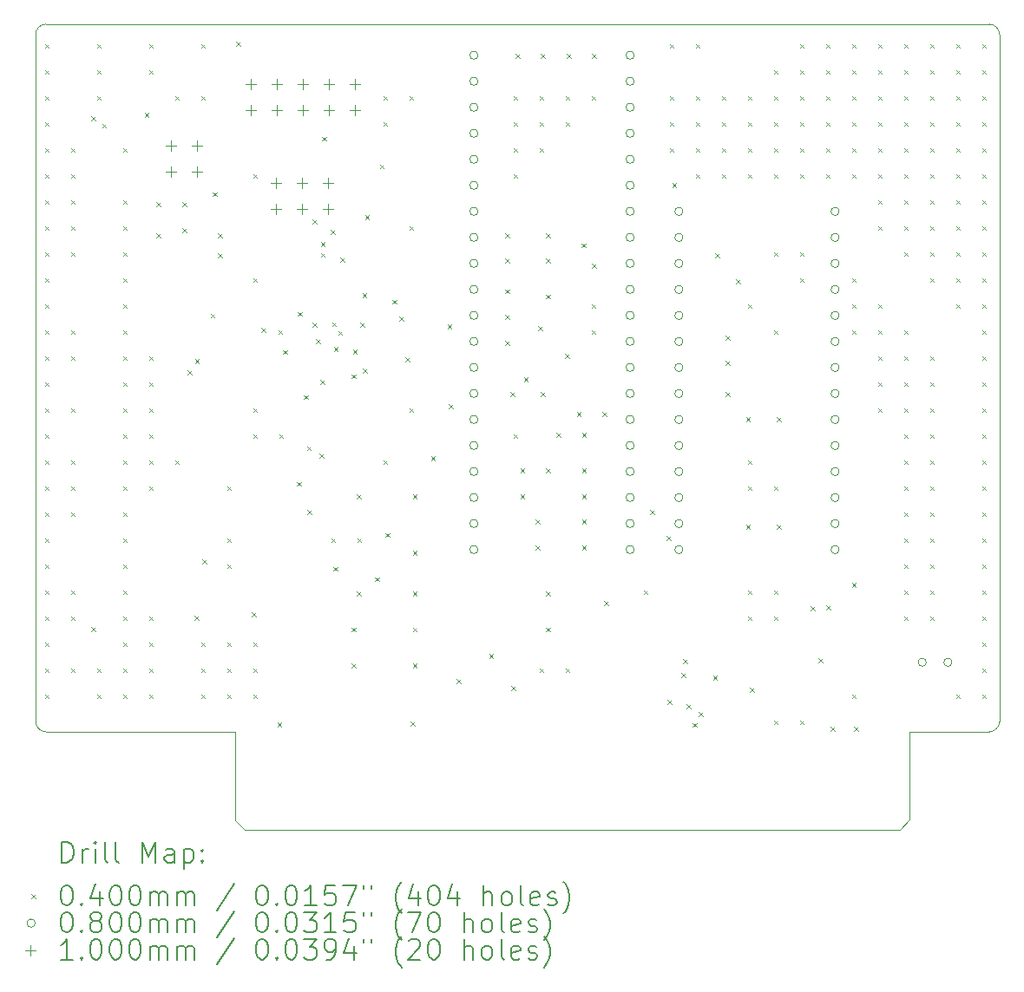
<source format=gbr>
%TF.GenerationSoftware,KiCad,Pcbnew,8.0.8*%
%TF.CreationDate,2025-02-14T11:24:39-05:00*%
%TF.ProjectId,Apple2CardCR,4170706c-6532-4436-9172-6443522e6b69,CR1.0A*%
%TF.SameCoordinates,Original*%
%TF.FileFunction,Drillmap*%
%TF.FilePolarity,Positive*%
%FSLAX45Y45*%
G04 Gerber Fmt 4.5, Leading zero omitted, Abs format (unit mm)*
G04 Created by KiCad (PCBNEW 8.0.8) date 2025-02-14 11:24:39*
%MOMM*%
%LPD*%
G01*
G04 APERTURE LIST*
%ADD10C,0.100000*%
%ADD11C,0.200000*%
G04 APERTURE END LIST*
D10*
X19304000Y-9347000D02*
G75*
G02*
X19201995Y-9448801I-102440J640D01*
G01*
X18427700Y-9448800D02*
X19202000Y-9448800D01*
X11940000Y-10408800D02*
X18327700Y-10408800D01*
X10000000Y-9448800D02*
X11849100Y-9448800D01*
X11849100Y-9448800D02*
X11849100Y-10317900D01*
X19202276Y-2540000D02*
X10000000Y-2540000D01*
X10000000Y-9448800D02*
G75*
G02*
X9900001Y-9347130I1370J101360D01*
G01*
X9900000Y-2641930D02*
X9900000Y-9347130D01*
X18427700Y-10308800D02*
X18427700Y-9448800D01*
X19202276Y-2540000D02*
G75*
G02*
X19304001Y-2641930I-636J-102360D01*
G01*
X9900000Y-2641930D02*
G75*
G02*
X10000000Y-2539990I101510J440D01*
G01*
X11849100Y-10317900D02*
X11940000Y-10408800D01*
X19304000Y-9347000D02*
X19304000Y-2641930D01*
X18327700Y-10408800D02*
X18427700Y-10308800D01*
D11*
D10*
X9988000Y-2734000D02*
X10028000Y-2774000D01*
X10028000Y-2734000D02*
X9988000Y-2774000D01*
X9988000Y-2988000D02*
X10028000Y-3028000D01*
X10028000Y-2988000D02*
X9988000Y-3028000D01*
X9988000Y-3242000D02*
X10028000Y-3282000D01*
X10028000Y-3242000D02*
X9988000Y-3282000D01*
X9988000Y-3496000D02*
X10028000Y-3536000D01*
X10028000Y-3496000D02*
X9988000Y-3536000D01*
X9988000Y-3750000D02*
X10028000Y-3790000D01*
X10028000Y-3750000D02*
X9988000Y-3790000D01*
X9988000Y-4004000D02*
X10028000Y-4044000D01*
X10028000Y-4004000D02*
X9988000Y-4044000D01*
X9988000Y-4258000D02*
X10028000Y-4298000D01*
X10028000Y-4258000D02*
X9988000Y-4298000D01*
X9988000Y-4512000D02*
X10028000Y-4552000D01*
X10028000Y-4512000D02*
X9988000Y-4552000D01*
X9988000Y-4766000D02*
X10028000Y-4806000D01*
X10028000Y-4766000D02*
X9988000Y-4806000D01*
X9988000Y-5020000D02*
X10028000Y-5060000D01*
X10028000Y-5020000D02*
X9988000Y-5060000D01*
X9988000Y-5274000D02*
X10028000Y-5314000D01*
X10028000Y-5274000D02*
X9988000Y-5314000D01*
X9988000Y-5528000D02*
X10028000Y-5568000D01*
X10028000Y-5528000D02*
X9988000Y-5568000D01*
X9988000Y-5782000D02*
X10028000Y-5822000D01*
X10028000Y-5782000D02*
X9988000Y-5822000D01*
X9988000Y-6036000D02*
X10028000Y-6076000D01*
X10028000Y-6036000D02*
X9988000Y-6076000D01*
X9988000Y-6290000D02*
X10028000Y-6330000D01*
X10028000Y-6290000D02*
X9988000Y-6330000D01*
X9988000Y-6544000D02*
X10028000Y-6584000D01*
X10028000Y-6544000D02*
X9988000Y-6584000D01*
X9988000Y-6798000D02*
X10028000Y-6838000D01*
X10028000Y-6798000D02*
X9988000Y-6838000D01*
X9988000Y-7052000D02*
X10028000Y-7092000D01*
X10028000Y-7052000D02*
X9988000Y-7092000D01*
X9988000Y-7306000D02*
X10028000Y-7346000D01*
X10028000Y-7306000D02*
X9988000Y-7346000D01*
X9988000Y-7560000D02*
X10028000Y-7600000D01*
X10028000Y-7560000D02*
X9988000Y-7600000D01*
X9988000Y-7814000D02*
X10028000Y-7854000D01*
X10028000Y-7814000D02*
X9988000Y-7854000D01*
X9988000Y-8068000D02*
X10028000Y-8108000D01*
X10028000Y-8068000D02*
X9988000Y-8108000D01*
X9988000Y-8322000D02*
X10028000Y-8362000D01*
X10028000Y-8322000D02*
X9988000Y-8362000D01*
X9988000Y-8576000D02*
X10028000Y-8616000D01*
X10028000Y-8576000D02*
X9988000Y-8616000D01*
X9988000Y-8830000D02*
X10028000Y-8870000D01*
X10028000Y-8830000D02*
X9988000Y-8870000D01*
X9988000Y-9084000D02*
X10028000Y-9124000D01*
X10028000Y-9084000D02*
X9988000Y-9124000D01*
X10242000Y-3750000D02*
X10282000Y-3790000D01*
X10282000Y-3750000D02*
X10242000Y-3790000D01*
X10242000Y-4004000D02*
X10282000Y-4044000D01*
X10282000Y-4004000D02*
X10242000Y-4044000D01*
X10242000Y-4258000D02*
X10282000Y-4298000D01*
X10282000Y-4258000D02*
X10242000Y-4298000D01*
X10242000Y-4512000D02*
X10282000Y-4552000D01*
X10282000Y-4512000D02*
X10242000Y-4552000D01*
X10242000Y-4766000D02*
X10282000Y-4806000D01*
X10282000Y-4766000D02*
X10242000Y-4806000D01*
X10242000Y-5528000D02*
X10282000Y-5568000D01*
X10282000Y-5528000D02*
X10242000Y-5568000D01*
X10242000Y-5782000D02*
X10282000Y-5822000D01*
X10282000Y-5782000D02*
X10242000Y-5822000D01*
X10242000Y-6290000D02*
X10282000Y-6330000D01*
X10282000Y-6290000D02*
X10242000Y-6330000D01*
X10242000Y-6798000D02*
X10282000Y-6838000D01*
X10282000Y-6798000D02*
X10242000Y-6838000D01*
X10242000Y-7052000D02*
X10282000Y-7092000D01*
X10282000Y-7052000D02*
X10242000Y-7092000D01*
X10242000Y-7306000D02*
X10282000Y-7346000D01*
X10282000Y-7306000D02*
X10242000Y-7346000D01*
X10242000Y-8068000D02*
X10282000Y-8108000D01*
X10282000Y-8068000D02*
X10242000Y-8108000D01*
X10242000Y-8322000D02*
X10282000Y-8362000D01*
X10282000Y-8322000D02*
X10242000Y-8362000D01*
X10242000Y-8830000D02*
X10282000Y-8870000D01*
X10282000Y-8830000D02*
X10242000Y-8870000D01*
X10439150Y-3440250D02*
X10479150Y-3480250D01*
X10479150Y-3440250D02*
X10439150Y-3480250D01*
X10439150Y-8426000D02*
X10479150Y-8466000D01*
X10479150Y-8426000D02*
X10439150Y-8466000D01*
X10496000Y-2734000D02*
X10536000Y-2774000D01*
X10536000Y-2734000D02*
X10496000Y-2774000D01*
X10496000Y-2988000D02*
X10536000Y-3028000D01*
X10536000Y-2988000D02*
X10496000Y-3028000D01*
X10496000Y-3242000D02*
X10536000Y-3282000D01*
X10536000Y-3242000D02*
X10496000Y-3282000D01*
X10496000Y-8830000D02*
X10536000Y-8870000D01*
X10536000Y-8830000D02*
X10496000Y-8870000D01*
X10496000Y-9084000D02*
X10536000Y-9124000D01*
X10536000Y-9084000D02*
X10496000Y-9124000D01*
X10549030Y-3512930D02*
X10589030Y-3552930D01*
X10589030Y-3512930D02*
X10549030Y-3552930D01*
X10750000Y-3750000D02*
X10790000Y-3790000D01*
X10790000Y-3750000D02*
X10750000Y-3790000D01*
X10750000Y-4258000D02*
X10790000Y-4298000D01*
X10790000Y-4258000D02*
X10750000Y-4298000D01*
X10750000Y-4512000D02*
X10790000Y-4552000D01*
X10790000Y-4512000D02*
X10750000Y-4552000D01*
X10750000Y-4766000D02*
X10790000Y-4806000D01*
X10790000Y-4766000D02*
X10750000Y-4806000D01*
X10750000Y-5020000D02*
X10790000Y-5060000D01*
X10790000Y-5020000D02*
X10750000Y-5060000D01*
X10750000Y-5274000D02*
X10790000Y-5314000D01*
X10790000Y-5274000D02*
X10750000Y-5314000D01*
X10750000Y-5528000D02*
X10790000Y-5568000D01*
X10790000Y-5528000D02*
X10750000Y-5568000D01*
X10750000Y-5782000D02*
X10790000Y-5822000D01*
X10790000Y-5782000D02*
X10750000Y-5822000D01*
X10750000Y-6036000D02*
X10790000Y-6076000D01*
X10790000Y-6036000D02*
X10750000Y-6076000D01*
X10750000Y-6290000D02*
X10790000Y-6330000D01*
X10790000Y-6290000D02*
X10750000Y-6330000D01*
X10750000Y-6544000D02*
X10790000Y-6584000D01*
X10790000Y-6544000D02*
X10750000Y-6584000D01*
X10750000Y-6798000D02*
X10790000Y-6838000D01*
X10790000Y-6798000D02*
X10750000Y-6838000D01*
X10750000Y-7052000D02*
X10790000Y-7092000D01*
X10790000Y-7052000D02*
X10750000Y-7092000D01*
X10750000Y-7306000D02*
X10790000Y-7346000D01*
X10790000Y-7306000D02*
X10750000Y-7346000D01*
X10750000Y-7560000D02*
X10790000Y-7600000D01*
X10790000Y-7560000D02*
X10750000Y-7600000D01*
X10750000Y-7814000D02*
X10790000Y-7854000D01*
X10790000Y-7814000D02*
X10750000Y-7854000D01*
X10750000Y-8068000D02*
X10790000Y-8108000D01*
X10790000Y-8068000D02*
X10750000Y-8108000D01*
X10750000Y-8322000D02*
X10790000Y-8362000D01*
X10790000Y-8322000D02*
X10750000Y-8362000D01*
X10750000Y-8576000D02*
X10790000Y-8616000D01*
X10790000Y-8576000D02*
X10750000Y-8616000D01*
X10750000Y-8830000D02*
X10790000Y-8870000D01*
X10790000Y-8830000D02*
X10750000Y-8870000D01*
X10750000Y-9084000D02*
X10790000Y-9124000D01*
X10790000Y-9084000D02*
X10750000Y-9124000D01*
X10962530Y-3404070D02*
X11002530Y-3444070D01*
X11002530Y-3404070D02*
X10962530Y-3444070D01*
X11004000Y-2734000D02*
X11044000Y-2774000D01*
X11044000Y-2734000D02*
X11004000Y-2774000D01*
X11004000Y-2988000D02*
X11044000Y-3028000D01*
X11044000Y-2988000D02*
X11004000Y-3028000D01*
X11004000Y-5782000D02*
X11044000Y-5822000D01*
X11044000Y-5782000D02*
X11004000Y-5822000D01*
X11004000Y-6036000D02*
X11044000Y-6076000D01*
X11044000Y-6036000D02*
X11004000Y-6076000D01*
X11004000Y-6290000D02*
X11044000Y-6330000D01*
X11044000Y-6290000D02*
X11004000Y-6330000D01*
X11004000Y-6544000D02*
X11044000Y-6584000D01*
X11044000Y-6544000D02*
X11004000Y-6584000D01*
X11004000Y-6798000D02*
X11044000Y-6838000D01*
X11044000Y-6798000D02*
X11004000Y-6838000D01*
X11004000Y-7052000D02*
X11044000Y-7092000D01*
X11044000Y-7052000D02*
X11004000Y-7092000D01*
X11004000Y-8322000D02*
X11044000Y-8362000D01*
X11044000Y-8322000D02*
X11004000Y-8362000D01*
X11004000Y-8576000D02*
X11044000Y-8616000D01*
X11044000Y-8576000D02*
X11004000Y-8616000D01*
X11004000Y-8830000D02*
X11044000Y-8870000D01*
X11044000Y-8830000D02*
X11004000Y-8870000D01*
X11004000Y-9084000D02*
X11044000Y-9124000D01*
X11044000Y-9084000D02*
X11004000Y-9124000D01*
X11080000Y-4280000D02*
X11120000Y-4320000D01*
X11120000Y-4280000D02*
X11080000Y-4320000D01*
X11080000Y-4580000D02*
X11120000Y-4620000D01*
X11120000Y-4580000D02*
X11080000Y-4620000D01*
X11258000Y-3242000D02*
X11298000Y-3282000D01*
X11298000Y-3242000D02*
X11258000Y-3282000D01*
X11258000Y-6798000D02*
X11298000Y-6838000D01*
X11298000Y-6798000D02*
X11258000Y-6838000D01*
X11330000Y-4280000D02*
X11370000Y-4320000D01*
X11370000Y-4280000D02*
X11330000Y-4320000D01*
X11330000Y-4530000D02*
X11370000Y-4570000D01*
X11370000Y-4530000D02*
X11330000Y-4570000D01*
X11379330Y-5920030D02*
X11419330Y-5960030D01*
X11419330Y-5920030D02*
X11379330Y-5960030D01*
X11449560Y-8316000D02*
X11489560Y-8356000D01*
X11489560Y-8316000D02*
X11449560Y-8356000D01*
X11454060Y-5809320D02*
X11494060Y-5849320D01*
X11494060Y-5809320D02*
X11454060Y-5849320D01*
X11512000Y-2734000D02*
X11552000Y-2774000D01*
X11552000Y-2734000D02*
X11512000Y-2774000D01*
X11512000Y-3242000D02*
X11552000Y-3282000D01*
X11552000Y-3242000D02*
X11512000Y-3282000D01*
X11512000Y-8576000D02*
X11552000Y-8616000D01*
X11552000Y-8576000D02*
X11512000Y-8616000D01*
X11512000Y-8830000D02*
X11552000Y-8870000D01*
X11552000Y-8830000D02*
X11512000Y-8870000D01*
X11512000Y-9084000D02*
X11552000Y-9124000D01*
X11552000Y-9084000D02*
X11512000Y-9124000D01*
X11523540Y-7769250D02*
X11563540Y-7809250D01*
X11563540Y-7769250D02*
X11523540Y-7809250D01*
X11606430Y-5365570D02*
X11646430Y-5405570D01*
X11646430Y-5365570D02*
X11606430Y-5405570D01*
X11630000Y-4180000D02*
X11670000Y-4220000D01*
X11670000Y-4180000D02*
X11630000Y-4220000D01*
X11680000Y-4580000D02*
X11720000Y-4620000D01*
X11720000Y-4580000D02*
X11680000Y-4620000D01*
X11680000Y-4780000D02*
X11720000Y-4820000D01*
X11720000Y-4780000D02*
X11680000Y-4820000D01*
X11766000Y-7052000D02*
X11806000Y-7092000D01*
X11806000Y-7052000D02*
X11766000Y-7092000D01*
X11766000Y-7560000D02*
X11806000Y-7600000D01*
X11806000Y-7560000D02*
X11766000Y-7600000D01*
X11766000Y-7814000D02*
X11806000Y-7854000D01*
X11806000Y-7814000D02*
X11766000Y-7854000D01*
X11766000Y-8576000D02*
X11806000Y-8616000D01*
X11806000Y-8576000D02*
X11766000Y-8616000D01*
X11766000Y-8830000D02*
X11806000Y-8870000D01*
X11806000Y-8830000D02*
X11766000Y-8870000D01*
X11766000Y-9084000D02*
X11806000Y-9124000D01*
X11806000Y-9084000D02*
X11766000Y-9124000D01*
X11857920Y-2711330D02*
X11897920Y-2751330D01*
X11897920Y-2711330D02*
X11857920Y-2751330D01*
X12006270Y-8282500D02*
X12046270Y-8322500D01*
X12046270Y-8282500D02*
X12006270Y-8322500D01*
X12020000Y-4004000D02*
X12060000Y-4044000D01*
X12060000Y-4004000D02*
X12020000Y-4044000D01*
X12020000Y-5020000D02*
X12060000Y-5060000D01*
X12060000Y-5020000D02*
X12020000Y-5060000D01*
X12020000Y-6290000D02*
X12060000Y-6330000D01*
X12060000Y-6290000D02*
X12020000Y-6330000D01*
X12020000Y-6544000D02*
X12060000Y-6584000D01*
X12060000Y-6544000D02*
X12020000Y-6584000D01*
X12020000Y-8576000D02*
X12060000Y-8616000D01*
X12060000Y-8576000D02*
X12020000Y-8616000D01*
X12020000Y-8830000D02*
X12060000Y-8870000D01*
X12060000Y-8830000D02*
X12020000Y-8870000D01*
X12020000Y-9084000D02*
X12060000Y-9124000D01*
X12060000Y-9084000D02*
X12020000Y-9124000D01*
X12099120Y-5504180D02*
X12139120Y-5544180D01*
X12139120Y-5504180D02*
X12099120Y-5544180D01*
X12259230Y-9360180D02*
X12299230Y-9400180D01*
X12299230Y-9360180D02*
X12259230Y-9400180D01*
X12266660Y-5527400D02*
X12306660Y-5567400D01*
X12306660Y-5527400D02*
X12266660Y-5567400D01*
X12274000Y-6544000D02*
X12314000Y-6584000D01*
X12314000Y-6544000D02*
X12274000Y-6584000D01*
X12313020Y-5721170D02*
X12353020Y-5761170D01*
X12353020Y-5721170D02*
X12313020Y-5761170D01*
X12447200Y-7008880D02*
X12487200Y-7048880D01*
X12487200Y-7008880D02*
X12447200Y-7048880D01*
X12454900Y-5349290D02*
X12494900Y-5389290D01*
X12494900Y-5349290D02*
X12454900Y-5389290D01*
X12513970Y-6162270D02*
X12553970Y-6202270D01*
X12553970Y-6162270D02*
X12513970Y-6202270D01*
X12545780Y-6661700D02*
X12585780Y-6701700D01*
X12585780Y-6661700D02*
X12545780Y-6701700D01*
X12552000Y-7283330D02*
X12592000Y-7323330D01*
X12592000Y-7283330D02*
X12552000Y-7323330D01*
X12600480Y-4446180D02*
X12640480Y-4486180D01*
X12640480Y-4446180D02*
X12600480Y-4486180D01*
X12600480Y-5455000D02*
X12640480Y-5495000D01*
X12640480Y-5455000D02*
X12600480Y-5495000D01*
X12636240Y-5615000D02*
X12676240Y-5655000D01*
X12676240Y-5615000D02*
X12636240Y-5655000D01*
X12669120Y-6734370D02*
X12709120Y-6774370D01*
X12709120Y-6734370D02*
X12669120Y-6774370D01*
X12680330Y-6015000D02*
X12720330Y-6055000D01*
X12720330Y-6015000D02*
X12680330Y-6055000D01*
X12681790Y-4773170D02*
X12721790Y-4813170D01*
X12721790Y-4773170D02*
X12681790Y-4813170D01*
X12682580Y-4667710D02*
X12722580Y-4707710D01*
X12722580Y-4667710D02*
X12682580Y-4707710D01*
X12692060Y-3638330D02*
X12732060Y-3678330D01*
X12732060Y-3638330D02*
X12692060Y-3678330D01*
X12781970Y-4551950D02*
X12821970Y-4591950D01*
X12821970Y-4551950D02*
X12781970Y-4591950D01*
X12782000Y-7560000D02*
X12822000Y-7600000D01*
X12822000Y-7560000D02*
X12782000Y-7600000D01*
X12791520Y-5451210D02*
X12831520Y-5491210D01*
X12831520Y-5451210D02*
X12791520Y-5491210D01*
X12806000Y-7837560D02*
X12846000Y-7877560D01*
X12846000Y-7837560D02*
X12806000Y-7877560D01*
X12809130Y-5695000D02*
X12849130Y-5735000D01*
X12849130Y-5695000D02*
X12809130Y-5735000D01*
X12849800Y-5535000D02*
X12889800Y-5575000D01*
X12889800Y-5535000D02*
X12849800Y-5575000D01*
X12872310Y-4818940D02*
X12912310Y-4858940D01*
X12912310Y-4818940D02*
X12872310Y-4858940D01*
X12979340Y-5959750D02*
X13019340Y-5999750D01*
X13019340Y-5959750D02*
X12979340Y-5999750D01*
X12980000Y-8430000D02*
X13020000Y-8470000D01*
X13020000Y-8430000D02*
X12980000Y-8470000D01*
X12980000Y-8780000D02*
X13020000Y-8820000D01*
X13020000Y-8780000D02*
X12980000Y-8820000D01*
X12995760Y-5720180D02*
X13035760Y-5760180D01*
X13035760Y-5720180D02*
X12995760Y-5760180D01*
X13030000Y-7130000D02*
X13070000Y-7170000D01*
X13070000Y-7130000D02*
X13030000Y-7170000D01*
X13030000Y-8082000D02*
X13070000Y-8122000D01*
X13070000Y-8082000D02*
X13030000Y-8122000D01*
X13036000Y-7560000D02*
X13076000Y-7600000D01*
X13076000Y-7560000D02*
X13036000Y-7600000D01*
X13064190Y-5455000D02*
X13104190Y-5495000D01*
X13104190Y-5455000D02*
X13064190Y-5495000D01*
X13087910Y-5168470D02*
X13127910Y-5208470D01*
X13127910Y-5168470D02*
X13087910Y-5208470D01*
X13093860Y-5903180D02*
X13133860Y-5943180D01*
X13133860Y-5903180D02*
X13093860Y-5943180D01*
X13113050Y-4408080D02*
X13153050Y-4448080D01*
X13153050Y-4408080D02*
X13113050Y-4448080D01*
X13213150Y-7941110D02*
X13253150Y-7981110D01*
X13253150Y-7941110D02*
X13213150Y-7981110D01*
X13258250Y-3909480D02*
X13298250Y-3949480D01*
X13298250Y-3909480D02*
X13258250Y-3949480D01*
X13290000Y-3242000D02*
X13330000Y-3282000D01*
X13330000Y-3242000D02*
X13290000Y-3282000D01*
X13290000Y-3496000D02*
X13330000Y-3536000D01*
X13330000Y-3496000D02*
X13290000Y-3536000D01*
X13290000Y-6798000D02*
X13330000Y-6838000D01*
X13330000Y-6798000D02*
X13290000Y-6838000D01*
X13314000Y-7508930D02*
X13354000Y-7548930D01*
X13354000Y-7508930D02*
X13314000Y-7548930D01*
X13380000Y-5230000D02*
X13420000Y-5270000D01*
X13420000Y-5230000D02*
X13380000Y-5270000D01*
X13448280Y-5394290D02*
X13488280Y-5434290D01*
X13488280Y-5394290D02*
X13448280Y-5434290D01*
X13505030Y-5794010D02*
X13545030Y-5834010D01*
X13545030Y-5794010D02*
X13505030Y-5834010D01*
X13544000Y-3242000D02*
X13584000Y-3282000D01*
X13584000Y-3242000D02*
X13544000Y-3282000D01*
X13544000Y-4512000D02*
X13584000Y-4552000D01*
X13584000Y-4512000D02*
X13544000Y-4552000D01*
X13544000Y-6290000D02*
X13584000Y-6330000D01*
X13584000Y-6290000D02*
X13544000Y-6330000D01*
X13558500Y-9350390D02*
X13598500Y-9390390D01*
X13598500Y-9350390D02*
X13558500Y-9390390D01*
X13580000Y-7130000D02*
X13620000Y-7170000D01*
X13620000Y-7130000D02*
X13580000Y-7170000D01*
X13580000Y-7680000D02*
X13620000Y-7720000D01*
X13620000Y-7680000D02*
X13580000Y-7720000D01*
X13580000Y-8082000D02*
X13620000Y-8122000D01*
X13620000Y-8082000D02*
X13580000Y-8122000D01*
X13580000Y-8430000D02*
X13620000Y-8470000D01*
X13620000Y-8430000D02*
X13580000Y-8470000D01*
X13580000Y-8780000D02*
X13620000Y-8820000D01*
X13620000Y-8780000D02*
X13580000Y-8820000D01*
X13755680Y-6761000D02*
X13795680Y-6801000D01*
X13795680Y-6761000D02*
X13755680Y-6801000D01*
X13918170Y-5473160D02*
X13958170Y-5513160D01*
X13958170Y-5473160D02*
X13918170Y-5513160D01*
X13933380Y-6253850D02*
X13973380Y-6293850D01*
X13973380Y-6253850D02*
X13933380Y-6293850D01*
X14006050Y-8931970D02*
X14046050Y-8971970D01*
X14046050Y-8931970D02*
X14006050Y-8971970D01*
X14324000Y-8688420D02*
X14364000Y-8728420D01*
X14364000Y-8688420D02*
X14324000Y-8728420D01*
X14480000Y-4580000D02*
X14520000Y-4620000D01*
X14520000Y-4580000D02*
X14480000Y-4620000D01*
X14480000Y-4830000D02*
X14520000Y-4870000D01*
X14520000Y-4830000D02*
X14480000Y-4870000D01*
X14480000Y-5130000D02*
X14520000Y-5170000D01*
X14520000Y-5130000D02*
X14480000Y-5170000D01*
X14480000Y-5380000D02*
X14520000Y-5420000D01*
X14520000Y-5380000D02*
X14480000Y-5420000D01*
X14480000Y-5630000D02*
X14520000Y-5670000D01*
X14520000Y-5630000D02*
X14480000Y-5670000D01*
X14530000Y-6130000D02*
X14570000Y-6170000D01*
X14570000Y-6130000D02*
X14530000Y-6170000D01*
X14539880Y-9002970D02*
X14579880Y-9042970D01*
X14579880Y-9002970D02*
X14539880Y-9042970D01*
X14560000Y-3242000D02*
X14600000Y-3282000D01*
X14600000Y-3242000D02*
X14560000Y-3282000D01*
X14560000Y-3496000D02*
X14600000Y-3536000D01*
X14600000Y-3496000D02*
X14560000Y-3536000D01*
X14560000Y-3750000D02*
X14600000Y-3790000D01*
X14600000Y-3750000D02*
X14560000Y-3790000D01*
X14560000Y-4004000D02*
X14600000Y-4044000D01*
X14600000Y-4004000D02*
X14560000Y-4044000D01*
X14560000Y-6544000D02*
X14600000Y-6584000D01*
X14600000Y-6544000D02*
X14560000Y-6584000D01*
X14580000Y-2830000D02*
X14620000Y-2870000D01*
X14620000Y-2830000D02*
X14580000Y-2870000D01*
X14630000Y-6880000D02*
X14670000Y-6920000D01*
X14670000Y-6880000D02*
X14630000Y-6920000D01*
X14630000Y-7130000D02*
X14670000Y-7170000D01*
X14670000Y-7130000D02*
X14630000Y-7170000D01*
X14661740Y-5987590D02*
X14701740Y-6027590D01*
X14701740Y-5987590D02*
X14661740Y-6027590D01*
X14780000Y-7380000D02*
X14820000Y-7420000D01*
X14820000Y-7380000D02*
X14780000Y-7420000D01*
X14780000Y-7630000D02*
X14820000Y-7670000D01*
X14820000Y-7630000D02*
X14780000Y-7670000D01*
X14802860Y-5490090D02*
X14842860Y-5530090D01*
X14842860Y-5490090D02*
X14802860Y-5530090D01*
X14814000Y-3242000D02*
X14854000Y-3282000D01*
X14854000Y-3242000D02*
X14814000Y-3282000D01*
X14814000Y-3496000D02*
X14854000Y-3536000D01*
X14854000Y-3496000D02*
X14814000Y-3536000D01*
X14814000Y-3750000D02*
X14854000Y-3790000D01*
X14854000Y-3750000D02*
X14814000Y-3790000D01*
X14814000Y-8830000D02*
X14854000Y-8870000D01*
X14854000Y-8830000D02*
X14814000Y-8870000D01*
X14830000Y-2830000D02*
X14870000Y-2870000D01*
X14870000Y-2830000D02*
X14830000Y-2870000D01*
X14830000Y-6130000D02*
X14870000Y-6170000D01*
X14870000Y-6130000D02*
X14830000Y-6170000D01*
X14880000Y-4580000D02*
X14920000Y-4620000D01*
X14920000Y-4580000D02*
X14880000Y-4620000D01*
X14880000Y-4830000D02*
X14920000Y-4870000D01*
X14920000Y-4830000D02*
X14880000Y-4870000D01*
X14880000Y-5180000D02*
X14920000Y-5220000D01*
X14920000Y-5180000D02*
X14880000Y-5220000D01*
X14880000Y-6880000D02*
X14920000Y-6920000D01*
X14920000Y-6880000D02*
X14880000Y-6920000D01*
X14880000Y-8082000D02*
X14920000Y-8122000D01*
X14920000Y-8082000D02*
X14880000Y-8122000D01*
X14880000Y-8430000D02*
X14920000Y-8470000D01*
X14920000Y-8430000D02*
X14880000Y-8470000D01*
X14980000Y-6530000D02*
X15020000Y-6570000D01*
X15020000Y-6530000D02*
X14980000Y-6570000D01*
X15067350Y-5759190D02*
X15107350Y-5799190D01*
X15107350Y-5759190D02*
X15067350Y-5799190D01*
X15068000Y-3242000D02*
X15108000Y-3282000D01*
X15108000Y-3242000D02*
X15068000Y-3282000D01*
X15068000Y-3496000D02*
X15108000Y-3536000D01*
X15108000Y-3496000D02*
X15068000Y-3536000D01*
X15068000Y-8830000D02*
X15108000Y-8870000D01*
X15108000Y-8830000D02*
X15068000Y-8870000D01*
X15080000Y-2830000D02*
X15120000Y-2870000D01*
X15120000Y-2830000D02*
X15080000Y-2870000D01*
X15180000Y-6330000D02*
X15220000Y-6370000D01*
X15220000Y-6330000D02*
X15180000Y-6370000D01*
X15223700Y-4679420D02*
X15263700Y-4719420D01*
X15263700Y-4679420D02*
X15223700Y-4719420D01*
X15230000Y-6530000D02*
X15270000Y-6570000D01*
X15270000Y-6530000D02*
X15230000Y-6570000D01*
X15230000Y-6880000D02*
X15270000Y-6920000D01*
X15270000Y-6880000D02*
X15230000Y-6920000D01*
X15230000Y-7130000D02*
X15270000Y-7170000D01*
X15270000Y-7130000D02*
X15230000Y-7170000D01*
X15230000Y-7380000D02*
X15270000Y-7420000D01*
X15270000Y-7380000D02*
X15230000Y-7420000D01*
X15230000Y-7630000D02*
X15270000Y-7670000D01*
X15270000Y-7630000D02*
X15230000Y-7670000D01*
X15322000Y-3242000D02*
X15362000Y-3282000D01*
X15362000Y-3242000D02*
X15322000Y-3282000D01*
X15322000Y-5274000D02*
X15362000Y-5314000D01*
X15362000Y-5274000D02*
X15322000Y-5314000D01*
X15322000Y-5528000D02*
X15362000Y-5568000D01*
X15362000Y-5528000D02*
X15322000Y-5568000D01*
X15330000Y-2830000D02*
X15370000Y-2870000D01*
X15370000Y-2830000D02*
X15330000Y-2870000D01*
X15330000Y-4880000D02*
X15370000Y-4920000D01*
X15370000Y-4880000D02*
X15330000Y-4920000D01*
X15430000Y-6330000D02*
X15470000Y-6370000D01*
X15470000Y-6330000D02*
X15430000Y-6370000D01*
X15447190Y-8175570D02*
X15487190Y-8215570D01*
X15487190Y-8175570D02*
X15447190Y-8215570D01*
X15830000Y-8068000D02*
X15870000Y-8108000D01*
X15870000Y-8068000D02*
X15830000Y-8108000D01*
X15896360Y-7283330D02*
X15936360Y-7323330D01*
X15936360Y-7283330D02*
X15896360Y-7323330D01*
X16057160Y-7537330D02*
X16097160Y-7577330D01*
X16097160Y-7537330D02*
X16057160Y-7577330D01*
X16062570Y-9137420D02*
X16102570Y-9177420D01*
X16102570Y-9137420D02*
X16062570Y-9177420D01*
X16084000Y-2734000D02*
X16124000Y-2774000D01*
X16124000Y-2734000D02*
X16084000Y-2774000D01*
X16084000Y-3242000D02*
X16124000Y-3282000D01*
X16124000Y-3242000D02*
X16084000Y-3282000D01*
X16084000Y-3496000D02*
X16124000Y-3536000D01*
X16124000Y-3496000D02*
X16084000Y-3536000D01*
X16084000Y-3750000D02*
X16124000Y-3790000D01*
X16124000Y-3750000D02*
X16084000Y-3790000D01*
X16110100Y-4094000D02*
X16150100Y-4134000D01*
X16150100Y-4094000D02*
X16110100Y-4134000D01*
X16201660Y-8877500D02*
X16241660Y-8917500D01*
X16241660Y-8877500D02*
X16201660Y-8917500D01*
X16217440Y-8741890D02*
X16257440Y-8781890D01*
X16257440Y-8741890D02*
X16217440Y-8781890D01*
X16250030Y-9181100D02*
X16290030Y-9221100D01*
X16290030Y-9181100D02*
X16250030Y-9221100D01*
X16308410Y-9362330D02*
X16348410Y-9402330D01*
X16348410Y-9362330D02*
X16308410Y-9402330D01*
X16338000Y-2734000D02*
X16378000Y-2774000D01*
X16378000Y-2734000D02*
X16338000Y-2774000D01*
X16338000Y-3242000D02*
X16378000Y-3282000D01*
X16378000Y-3242000D02*
X16338000Y-3282000D01*
X16338000Y-3496000D02*
X16378000Y-3536000D01*
X16378000Y-3496000D02*
X16338000Y-3536000D01*
X16338000Y-3750000D02*
X16378000Y-3790000D01*
X16378000Y-3750000D02*
X16338000Y-3790000D01*
X16338000Y-4004000D02*
X16378000Y-4044000D01*
X16378000Y-4004000D02*
X16338000Y-4044000D01*
X16367850Y-9255260D02*
X16407850Y-9295260D01*
X16407850Y-9255260D02*
X16367850Y-9295260D01*
X16508730Y-8902490D02*
X16548730Y-8942490D01*
X16548730Y-8902490D02*
X16508730Y-8942490D01*
X16530000Y-4780000D02*
X16570000Y-4820000D01*
X16570000Y-4780000D02*
X16530000Y-4820000D01*
X16592000Y-3242000D02*
X16632000Y-3282000D01*
X16632000Y-3242000D02*
X16592000Y-3282000D01*
X16592000Y-3496000D02*
X16632000Y-3536000D01*
X16632000Y-3496000D02*
X16592000Y-3536000D01*
X16592000Y-3750000D02*
X16632000Y-3790000D01*
X16632000Y-3750000D02*
X16592000Y-3790000D01*
X16592000Y-4004000D02*
X16632000Y-4044000D01*
X16632000Y-4004000D02*
X16592000Y-4044000D01*
X16630000Y-5580000D02*
X16670000Y-5620000D01*
X16670000Y-5580000D02*
X16630000Y-5620000D01*
X16630000Y-5830000D02*
X16670000Y-5870000D01*
X16670000Y-5830000D02*
X16630000Y-5870000D01*
X16630000Y-6130000D02*
X16670000Y-6170000D01*
X16670000Y-6130000D02*
X16630000Y-6170000D01*
X16730000Y-5030000D02*
X16770000Y-5070000D01*
X16770000Y-5030000D02*
X16730000Y-5070000D01*
X16830000Y-6380000D02*
X16870000Y-6420000D01*
X16870000Y-6380000D02*
X16830000Y-6420000D01*
X16830000Y-7430000D02*
X16870000Y-7470000D01*
X16870000Y-7430000D02*
X16830000Y-7470000D01*
X16846000Y-3242000D02*
X16886000Y-3282000D01*
X16886000Y-3242000D02*
X16846000Y-3282000D01*
X16846000Y-3496000D02*
X16886000Y-3536000D01*
X16886000Y-3496000D02*
X16846000Y-3536000D01*
X16846000Y-3750000D02*
X16886000Y-3790000D01*
X16886000Y-3750000D02*
X16846000Y-3790000D01*
X16846000Y-4004000D02*
X16886000Y-4044000D01*
X16886000Y-4004000D02*
X16846000Y-4044000D01*
X16846000Y-5274000D02*
X16886000Y-5314000D01*
X16886000Y-5274000D02*
X16846000Y-5314000D01*
X16846000Y-6798000D02*
X16886000Y-6838000D01*
X16886000Y-6798000D02*
X16846000Y-6838000D01*
X16846000Y-7052000D02*
X16886000Y-7092000D01*
X16886000Y-7052000D02*
X16846000Y-7092000D01*
X16846000Y-8068000D02*
X16886000Y-8108000D01*
X16886000Y-8068000D02*
X16846000Y-8108000D01*
X16846000Y-8322000D02*
X16886000Y-8362000D01*
X16886000Y-8322000D02*
X16846000Y-8362000D01*
X16870000Y-9018260D02*
X16910000Y-9058260D01*
X16910000Y-9018260D02*
X16870000Y-9058260D01*
X17100000Y-2988000D02*
X17140000Y-3028000D01*
X17140000Y-2988000D02*
X17100000Y-3028000D01*
X17100000Y-3242000D02*
X17140000Y-3282000D01*
X17140000Y-3242000D02*
X17100000Y-3282000D01*
X17100000Y-3496000D02*
X17140000Y-3536000D01*
X17140000Y-3496000D02*
X17100000Y-3536000D01*
X17100000Y-3750000D02*
X17140000Y-3790000D01*
X17140000Y-3750000D02*
X17100000Y-3790000D01*
X17100000Y-4004000D02*
X17140000Y-4044000D01*
X17140000Y-4004000D02*
X17100000Y-4044000D01*
X17100000Y-4766000D02*
X17140000Y-4806000D01*
X17140000Y-4766000D02*
X17100000Y-4806000D01*
X17100000Y-5528000D02*
X17140000Y-5568000D01*
X17140000Y-5528000D02*
X17100000Y-5568000D01*
X17100000Y-7052000D02*
X17140000Y-7092000D01*
X17140000Y-7052000D02*
X17100000Y-7092000D01*
X17100000Y-8068000D02*
X17140000Y-8108000D01*
X17140000Y-8068000D02*
X17100000Y-8108000D01*
X17100000Y-8322000D02*
X17140000Y-8362000D01*
X17140000Y-8322000D02*
X17100000Y-8362000D01*
X17100000Y-9338000D02*
X17140000Y-9378000D01*
X17140000Y-9338000D02*
X17100000Y-9378000D01*
X17130000Y-6380000D02*
X17170000Y-6420000D01*
X17170000Y-6380000D02*
X17130000Y-6420000D01*
X17130000Y-7430000D02*
X17170000Y-7470000D01*
X17170000Y-7430000D02*
X17130000Y-7470000D01*
X17354000Y-2734000D02*
X17394000Y-2774000D01*
X17394000Y-2734000D02*
X17354000Y-2774000D01*
X17354000Y-2988000D02*
X17394000Y-3028000D01*
X17394000Y-2988000D02*
X17354000Y-3028000D01*
X17354000Y-3242000D02*
X17394000Y-3282000D01*
X17394000Y-3242000D02*
X17354000Y-3282000D01*
X17354000Y-3496000D02*
X17394000Y-3536000D01*
X17394000Y-3496000D02*
X17354000Y-3536000D01*
X17354000Y-3750000D02*
X17394000Y-3790000D01*
X17394000Y-3750000D02*
X17354000Y-3790000D01*
X17354000Y-4004000D02*
X17394000Y-4044000D01*
X17394000Y-4004000D02*
X17354000Y-4044000D01*
X17354000Y-4766000D02*
X17394000Y-4806000D01*
X17394000Y-4766000D02*
X17354000Y-4806000D01*
X17354000Y-5020000D02*
X17394000Y-5060000D01*
X17394000Y-5020000D02*
X17354000Y-5060000D01*
X17354000Y-9338000D02*
X17394000Y-9378000D01*
X17394000Y-9338000D02*
X17354000Y-9378000D01*
X17462070Y-8222110D02*
X17502070Y-8262110D01*
X17502070Y-8222110D02*
X17462070Y-8262110D01*
X17534170Y-8730450D02*
X17574170Y-8770450D01*
X17574170Y-8730450D02*
X17534170Y-8770450D01*
X17608000Y-2734000D02*
X17648000Y-2774000D01*
X17648000Y-2734000D02*
X17608000Y-2774000D01*
X17608000Y-2988000D02*
X17648000Y-3028000D01*
X17648000Y-2988000D02*
X17608000Y-3028000D01*
X17608000Y-3242000D02*
X17648000Y-3282000D01*
X17648000Y-3242000D02*
X17608000Y-3282000D01*
X17608000Y-3496000D02*
X17648000Y-3536000D01*
X17648000Y-3496000D02*
X17608000Y-3536000D01*
X17608000Y-3750000D02*
X17648000Y-3790000D01*
X17648000Y-3750000D02*
X17608000Y-3790000D01*
X17608000Y-4004000D02*
X17648000Y-4044000D01*
X17648000Y-4004000D02*
X17608000Y-4044000D01*
X17614730Y-8214920D02*
X17654730Y-8254920D01*
X17654730Y-8214920D02*
X17614730Y-8254920D01*
X17654160Y-9398250D02*
X17694160Y-9438250D01*
X17694160Y-9398250D02*
X17654160Y-9438250D01*
X17862000Y-2734000D02*
X17902000Y-2774000D01*
X17902000Y-2734000D02*
X17862000Y-2774000D01*
X17862000Y-2988000D02*
X17902000Y-3028000D01*
X17902000Y-2988000D02*
X17862000Y-3028000D01*
X17862000Y-3242000D02*
X17902000Y-3282000D01*
X17902000Y-3242000D02*
X17862000Y-3282000D01*
X17862000Y-3496000D02*
X17902000Y-3536000D01*
X17902000Y-3496000D02*
X17862000Y-3536000D01*
X17862000Y-3750000D02*
X17902000Y-3790000D01*
X17902000Y-3750000D02*
X17862000Y-3790000D01*
X17862000Y-4004000D02*
X17902000Y-4044000D01*
X17902000Y-4004000D02*
X17862000Y-4044000D01*
X17862000Y-5020000D02*
X17902000Y-5060000D01*
X17902000Y-5020000D02*
X17862000Y-5060000D01*
X17862000Y-5274000D02*
X17902000Y-5314000D01*
X17902000Y-5274000D02*
X17862000Y-5314000D01*
X17862000Y-5528000D02*
X17902000Y-5568000D01*
X17902000Y-5528000D02*
X17862000Y-5568000D01*
X17862000Y-9084000D02*
X17902000Y-9124000D01*
X17902000Y-9084000D02*
X17862000Y-9124000D01*
X17863640Y-7994360D02*
X17903640Y-8034360D01*
X17903640Y-7994360D02*
X17863640Y-8034360D01*
X17886000Y-9398240D02*
X17926000Y-9438240D01*
X17926000Y-9398240D02*
X17886000Y-9438240D01*
X18116000Y-2734000D02*
X18156000Y-2774000D01*
X18156000Y-2734000D02*
X18116000Y-2774000D01*
X18116000Y-2988000D02*
X18156000Y-3028000D01*
X18156000Y-2988000D02*
X18116000Y-3028000D01*
X18116000Y-3242000D02*
X18156000Y-3282000D01*
X18156000Y-3242000D02*
X18116000Y-3282000D01*
X18116000Y-3496000D02*
X18156000Y-3536000D01*
X18156000Y-3496000D02*
X18116000Y-3536000D01*
X18116000Y-3750000D02*
X18156000Y-3790000D01*
X18156000Y-3750000D02*
X18116000Y-3790000D01*
X18116000Y-4004000D02*
X18156000Y-4044000D01*
X18156000Y-4004000D02*
X18116000Y-4044000D01*
X18116000Y-4258000D02*
X18156000Y-4298000D01*
X18156000Y-4258000D02*
X18116000Y-4298000D01*
X18116000Y-4512000D02*
X18156000Y-4552000D01*
X18156000Y-4512000D02*
X18116000Y-4552000D01*
X18116000Y-5274000D02*
X18156000Y-5314000D01*
X18156000Y-5274000D02*
X18116000Y-5314000D01*
X18116000Y-5528000D02*
X18156000Y-5568000D01*
X18156000Y-5528000D02*
X18116000Y-5568000D01*
X18116000Y-5782000D02*
X18156000Y-5822000D01*
X18156000Y-5782000D02*
X18116000Y-5822000D01*
X18116000Y-6036000D02*
X18156000Y-6076000D01*
X18156000Y-6036000D02*
X18116000Y-6076000D01*
X18116000Y-6290000D02*
X18156000Y-6330000D01*
X18156000Y-6290000D02*
X18116000Y-6330000D01*
X18370000Y-2734000D02*
X18410000Y-2774000D01*
X18410000Y-2734000D02*
X18370000Y-2774000D01*
X18370000Y-2988000D02*
X18410000Y-3028000D01*
X18410000Y-2988000D02*
X18370000Y-3028000D01*
X18370000Y-3242000D02*
X18410000Y-3282000D01*
X18410000Y-3242000D02*
X18370000Y-3282000D01*
X18370000Y-3496000D02*
X18410000Y-3536000D01*
X18410000Y-3496000D02*
X18370000Y-3536000D01*
X18370000Y-3750000D02*
X18410000Y-3790000D01*
X18410000Y-3750000D02*
X18370000Y-3790000D01*
X18370000Y-4004000D02*
X18410000Y-4044000D01*
X18410000Y-4004000D02*
X18370000Y-4044000D01*
X18370000Y-4258000D02*
X18410000Y-4298000D01*
X18410000Y-4258000D02*
X18370000Y-4298000D01*
X18370000Y-4512000D02*
X18410000Y-4552000D01*
X18410000Y-4512000D02*
X18370000Y-4552000D01*
X18370000Y-4766000D02*
X18410000Y-4806000D01*
X18410000Y-4766000D02*
X18370000Y-4806000D01*
X18370000Y-5528000D02*
X18410000Y-5568000D01*
X18410000Y-5528000D02*
X18370000Y-5568000D01*
X18370000Y-5782000D02*
X18410000Y-5822000D01*
X18410000Y-5782000D02*
X18370000Y-5822000D01*
X18370000Y-6036000D02*
X18410000Y-6076000D01*
X18410000Y-6036000D02*
X18370000Y-6076000D01*
X18370000Y-6290000D02*
X18410000Y-6330000D01*
X18410000Y-6290000D02*
X18370000Y-6330000D01*
X18370000Y-6544000D02*
X18410000Y-6584000D01*
X18410000Y-6544000D02*
X18370000Y-6584000D01*
X18370000Y-6798000D02*
X18410000Y-6838000D01*
X18410000Y-6798000D02*
X18370000Y-6838000D01*
X18370000Y-7052000D02*
X18410000Y-7092000D01*
X18410000Y-7052000D02*
X18370000Y-7092000D01*
X18370000Y-7306000D02*
X18410000Y-7346000D01*
X18410000Y-7306000D02*
X18370000Y-7346000D01*
X18370000Y-7560000D02*
X18410000Y-7600000D01*
X18410000Y-7560000D02*
X18370000Y-7600000D01*
X18370000Y-7814000D02*
X18410000Y-7854000D01*
X18410000Y-7814000D02*
X18370000Y-7854000D01*
X18370000Y-8068000D02*
X18410000Y-8108000D01*
X18410000Y-8068000D02*
X18370000Y-8108000D01*
X18370000Y-8322000D02*
X18410000Y-8362000D01*
X18410000Y-8322000D02*
X18370000Y-8362000D01*
X18624000Y-2734000D02*
X18664000Y-2774000D01*
X18664000Y-2734000D02*
X18624000Y-2774000D01*
X18624000Y-2988000D02*
X18664000Y-3028000D01*
X18664000Y-2988000D02*
X18624000Y-3028000D01*
X18624000Y-3242000D02*
X18664000Y-3282000D01*
X18664000Y-3242000D02*
X18624000Y-3282000D01*
X18624000Y-3496000D02*
X18664000Y-3536000D01*
X18664000Y-3496000D02*
X18624000Y-3536000D01*
X18624000Y-3750000D02*
X18664000Y-3790000D01*
X18664000Y-3750000D02*
X18624000Y-3790000D01*
X18624000Y-4004000D02*
X18664000Y-4044000D01*
X18664000Y-4004000D02*
X18624000Y-4044000D01*
X18624000Y-4258000D02*
X18664000Y-4298000D01*
X18664000Y-4258000D02*
X18624000Y-4298000D01*
X18624000Y-4512000D02*
X18664000Y-4552000D01*
X18664000Y-4512000D02*
X18624000Y-4552000D01*
X18624000Y-4766000D02*
X18664000Y-4806000D01*
X18664000Y-4766000D02*
X18624000Y-4806000D01*
X18624000Y-5020000D02*
X18664000Y-5060000D01*
X18664000Y-5020000D02*
X18624000Y-5060000D01*
X18624000Y-5782000D02*
X18664000Y-5822000D01*
X18664000Y-5782000D02*
X18624000Y-5822000D01*
X18624000Y-6036000D02*
X18664000Y-6076000D01*
X18664000Y-6036000D02*
X18624000Y-6076000D01*
X18624000Y-6290000D02*
X18664000Y-6330000D01*
X18664000Y-6290000D02*
X18624000Y-6330000D01*
X18624000Y-6544000D02*
X18664000Y-6584000D01*
X18664000Y-6544000D02*
X18624000Y-6584000D01*
X18624000Y-6798000D02*
X18664000Y-6838000D01*
X18664000Y-6798000D02*
X18624000Y-6838000D01*
X18624000Y-7052000D02*
X18664000Y-7092000D01*
X18664000Y-7052000D02*
X18624000Y-7092000D01*
X18624000Y-7306000D02*
X18664000Y-7346000D01*
X18664000Y-7306000D02*
X18624000Y-7346000D01*
X18624000Y-7560000D02*
X18664000Y-7600000D01*
X18664000Y-7560000D02*
X18624000Y-7600000D01*
X18624000Y-7814000D02*
X18664000Y-7854000D01*
X18664000Y-7814000D02*
X18624000Y-7854000D01*
X18624000Y-8068000D02*
X18664000Y-8108000D01*
X18664000Y-8068000D02*
X18624000Y-8108000D01*
X18624000Y-8322000D02*
X18664000Y-8362000D01*
X18664000Y-8322000D02*
X18624000Y-8362000D01*
X18878000Y-2734000D02*
X18918000Y-2774000D01*
X18918000Y-2734000D02*
X18878000Y-2774000D01*
X18878000Y-2988000D02*
X18918000Y-3028000D01*
X18918000Y-2988000D02*
X18878000Y-3028000D01*
X18878000Y-3242000D02*
X18918000Y-3282000D01*
X18918000Y-3242000D02*
X18878000Y-3282000D01*
X18878000Y-3496000D02*
X18918000Y-3536000D01*
X18918000Y-3496000D02*
X18878000Y-3536000D01*
X18878000Y-3750000D02*
X18918000Y-3790000D01*
X18918000Y-3750000D02*
X18878000Y-3790000D01*
X18878000Y-4004000D02*
X18918000Y-4044000D01*
X18918000Y-4004000D02*
X18878000Y-4044000D01*
X18878000Y-4258000D02*
X18918000Y-4298000D01*
X18918000Y-4258000D02*
X18878000Y-4298000D01*
X18878000Y-4512000D02*
X18918000Y-4552000D01*
X18918000Y-4512000D02*
X18878000Y-4552000D01*
X18878000Y-4766000D02*
X18918000Y-4806000D01*
X18918000Y-4766000D02*
X18878000Y-4806000D01*
X18878000Y-5020000D02*
X18918000Y-5060000D01*
X18918000Y-5020000D02*
X18878000Y-5060000D01*
X18878000Y-5274000D02*
X18918000Y-5314000D01*
X18918000Y-5274000D02*
X18878000Y-5314000D01*
X18878000Y-9084000D02*
X18918000Y-9124000D01*
X18918000Y-9084000D02*
X18878000Y-9124000D01*
X19132000Y-2734000D02*
X19172000Y-2774000D01*
X19172000Y-2734000D02*
X19132000Y-2774000D01*
X19132000Y-2988000D02*
X19172000Y-3028000D01*
X19172000Y-2988000D02*
X19132000Y-3028000D01*
X19132000Y-3242000D02*
X19172000Y-3282000D01*
X19172000Y-3242000D02*
X19132000Y-3282000D01*
X19132000Y-3496000D02*
X19172000Y-3536000D01*
X19172000Y-3496000D02*
X19132000Y-3536000D01*
X19132000Y-3750000D02*
X19172000Y-3790000D01*
X19172000Y-3750000D02*
X19132000Y-3790000D01*
X19132000Y-4004000D02*
X19172000Y-4044000D01*
X19172000Y-4004000D02*
X19132000Y-4044000D01*
X19132000Y-4258000D02*
X19172000Y-4298000D01*
X19172000Y-4258000D02*
X19132000Y-4298000D01*
X19132000Y-4512000D02*
X19172000Y-4552000D01*
X19172000Y-4512000D02*
X19132000Y-4552000D01*
X19132000Y-4766000D02*
X19172000Y-4806000D01*
X19172000Y-4766000D02*
X19132000Y-4806000D01*
X19132000Y-5020000D02*
X19172000Y-5060000D01*
X19172000Y-5020000D02*
X19132000Y-5060000D01*
X19132000Y-5274000D02*
X19172000Y-5314000D01*
X19172000Y-5274000D02*
X19132000Y-5314000D01*
X19132000Y-5528000D02*
X19172000Y-5568000D01*
X19172000Y-5528000D02*
X19132000Y-5568000D01*
X19132000Y-5782000D02*
X19172000Y-5822000D01*
X19172000Y-5782000D02*
X19132000Y-5822000D01*
X19132000Y-6036000D02*
X19172000Y-6076000D01*
X19172000Y-6036000D02*
X19132000Y-6076000D01*
X19132000Y-6290000D02*
X19172000Y-6330000D01*
X19172000Y-6290000D02*
X19132000Y-6330000D01*
X19132000Y-6544000D02*
X19172000Y-6584000D01*
X19172000Y-6544000D02*
X19132000Y-6584000D01*
X19132000Y-6798000D02*
X19172000Y-6838000D01*
X19172000Y-6798000D02*
X19132000Y-6838000D01*
X19132000Y-7052000D02*
X19172000Y-7092000D01*
X19172000Y-7052000D02*
X19132000Y-7092000D01*
X19132000Y-7306000D02*
X19172000Y-7346000D01*
X19172000Y-7306000D02*
X19132000Y-7346000D01*
X19132000Y-7560000D02*
X19172000Y-7600000D01*
X19172000Y-7560000D02*
X19132000Y-7600000D01*
X19132000Y-7814000D02*
X19172000Y-7854000D01*
X19172000Y-7814000D02*
X19132000Y-7854000D01*
X19132000Y-8068000D02*
X19172000Y-8108000D01*
X19172000Y-8068000D02*
X19132000Y-8108000D01*
X19132000Y-8322000D02*
X19172000Y-8362000D01*
X19172000Y-8322000D02*
X19132000Y-8362000D01*
X19132000Y-8576000D02*
X19172000Y-8616000D01*
X19172000Y-8576000D02*
X19132000Y-8616000D01*
X19132000Y-8830000D02*
X19172000Y-8870000D01*
X19172000Y-8830000D02*
X19132000Y-8870000D01*
X19132000Y-9084000D02*
X19172000Y-9124000D01*
X19172000Y-9084000D02*
X19132000Y-9124000D01*
X14216000Y-2844000D02*
G75*
G02*
X14136000Y-2844000I-40000J0D01*
G01*
X14136000Y-2844000D02*
G75*
G02*
X14216000Y-2844000I40000J0D01*
G01*
X14216000Y-3098000D02*
G75*
G02*
X14136000Y-3098000I-40000J0D01*
G01*
X14136000Y-3098000D02*
G75*
G02*
X14216000Y-3098000I40000J0D01*
G01*
X14216000Y-3352000D02*
G75*
G02*
X14136000Y-3352000I-40000J0D01*
G01*
X14136000Y-3352000D02*
G75*
G02*
X14216000Y-3352000I40000J0D01*
G01*
X14216000Y-3606000D02*
G75*
G02*
X14136000Y-3606000I-40000J0D01*
G01*
X14136000Y-3606000D02*
G75*
G02*
X14216000Y-3606000I40000J0D01*
G01*
X14216000Y-3860000D02*
G75*
G02*
X14136000Y-3860000I-40000J0D01*
G01*
X14136000Y-3860000D02*
G75*
G02*
X14216000Y-3860000I40000J0D01*
G01*
X14216000Y-4114000D02*
G75*
G02*
X14136000Y-4114000I-40000J0D01*
G01*
X14136000Y-4114000D02*
G75*
G02*
X14216000Y-4114000I40000J0D01*
G01*
X14216000Y-4368000D02*
G75*
G02*
X14136000Y-4368000I-40000J0D01*
G01*
X14136000Y-4368000D02*
G75*
G02*
X14216000Y-4368000I40000J0D01*
G01*
X14216000Y-4622000D02*
G75*
G02*
X14136000Y-4622000I-40000J0D01*
G01*
X14136000Y-4622000D02*
G75*
G02*
X14216000Y-4622000I40000J0D01*
G01*
X14216000Y-4876000D02*
G75*
G02*
X14136000Y-4876000I-40000J0D01*
G01*
X14136000Y-4876000D02*
G75*
G02*
X14216000Y-4876000I40000J0D01*
G01*
X14216000Y-5130000D02*
G75*
G02*
X14136000Y-5130000I-40000J0D01*
G01*
X14136000Y-5130000D02*
G75*
G02*
X14216000Y-5130000I40000J0D01*
G01*
X14216000Y-5384000D02*
G75*
G02*
X14136000Y-5384000I-40000J0D01*
G01*
X14136000Y-5384000D02*
G75*
G02*
X14216000Y-5384000I40000J0D01*
G01*
X14216000Y-5638000D02*
G75*
G02*
X14136000Y-5638000I-40000J0D01*
G01*
X14136000Y-5638000D02*
G75*
G02*
X14216000Y-5638000I40000J0D01*
G01*
X14216000Y-5892000D02*
G75*
G02*
X14136000Y-5892000I-40000J0D01*
G01*
X14136000Y-5892000D02*
G75*
G02*
X14216000Y-5892000I40000J0D01*
G01*
X14216000Y-6146000D02*
G75*
G02*
X14136000Y-6146000I-40000J0D01*
G01*
X14136000Y-6146000D02*
G75*
G02*
X14216000Y-6146000I40000J0D01*
G01*
X14216000Y-6400000D02*
G75*
G02*
X14136000Y-6400000I-40000J0D01*
G01*
X14136000Y-6400000D02*
G75*
G02*
X14216000Y-6400000I40000J0D01*
G01*
X14216000Y-6654000D02*
G75*
G02*
X14136000Y-6654000I-40000J0D01*
G01*
X14136000Y-6654000D02*
G75*
G02*
X14216000Y-6654000I40000J0D01*
G01*
X14216000Y-6908000D02*
G75*
G02*
X14136000Y-6908000I-40000J0D01*
G01*
X14136000Y-6908000D02*
G75*
G02*
X14216000Y-6908000I40000J0D01*
G01*
X14216000Y-7162000D02*
G75*
G02*
X14136000Y-7162000I-40000J0D01*
G01*
X14136000Y-7162000D02*
G75*
G02*
X14216000Y-7162000I40000J0D01*
G01*
X14216000Y-7416000D02*
G75*
G02*
X14136000Y-7416000I-40000J0D01*
G01*
X14136000Y-7416000D02*
G75*
G02*
X14216000Y-7416000I40000J0D01*
G01*
X14216000Y-7670000D02*
G75*
G02*
X14136000Y-7670000I-40000J0D01*
G01*
X14136000Y-7670000D02*
G75*
G02*
X14216000Y-7670000I40000J0D01*
G01*
X15740000Y-2844000D02*
G75*
G02*
X15660000Y-2844000I-40000J0D01*
G01*
X15660000Y-2844000D02*
G75*
G02*
X15740000Y-2844000I40000J0D01*
G01*
X15740000Y-3098000D02*
G75*
G02*
X15660000Y-3098000I-40000J0D01*
G01*
X15660000Y-3098000D02*
G75*
G02*
X15740000Y-3098000I40000J0D01*
G01*
X15740000Y-3352000D02*
G75*
G02*
X15660000Y-3352000I-40000J0D01*
G01*
X15660000Y-3352000D02*
G75*
G02*
X15740000Y-3352000I40000J0D01*
G01*
X15740000Y-3606000D02*
G75*
G02*
X15660000Y-3606000I-40000J0D01*
G01*
X15660000Y-3606000D02*
G75*
G02*
X15740000Y-3606000I40000J0D01*
G01*
X15740000Y-3860000D02*
G75*
G02*
X15660000Y-3860000I-40000J0D01*
G01*
X15660000Y-3860000D02*
G75*
G02*
X15740000Y-3860000I40000J0D01*
G01*
X15740000Y-4114000D02*
G75*
G02*
X15660000Y-4114000I-40000J0D01*
G01*
X15660000Y-4114000D02*
G75*
G02*
X15740000Y-4114000I40000J0D01*
G01*
X15740000Y-4368000D02*
G75*
G02*
X15660000Y-4368000I-40000J0D01*
G01*
X15660000Y-4368000D02*
G75*
G02*
X15740000Y-4368000I40000J0D01*
G01*
X15740000Y-4622000D02*
G75*
G02*
X15660000Y-4622000I-40000J0D01*
G01*
X15660000Y-4622000D02*
G75*
G02*
X15740000Y-4622000I40000J0D01*
G01*
X15740000Y-4876000D02*
G75*
G02*
X15660000Y-4876000I-40000J0D01*
G01*
X15660000Y-4876000D02*
G75*
G02*
X15740000Y-4876000I40000J0D01*
G01*
X15740000Y-5130000D02*
G75*
G02*
X15660000Y-5130000I-40000J0D01*
G01*
X15660000Y-5130000D02*
G75*
G02*
X15740000Y-5130000I40000J0D01*
G01*
X15740000Y-5384000D02*
G75*
G02*
X15660000Y-5384000I-40000J0D01*
G01*
X15660000Y-5384000D02*
G75*
G02*
X15740000Y-5384000I40000J0D01*
G01*
X15740000Y-5638000D02*
G75*
G02*
X15660000Y-5638000I-40000J0D01*
G01*
X15660000Y-5638000D02*
G75*
G02*
X15740000Y-5638000I40000J0D01*
G01*
X15740000Y-5892000D02*
G75*
G02*
X15660000Y-5892000I-40000J0D01*
G01*
X15660000Y-5892000D02*
G75*
G02*
X15740000Y-5892000I40000J0D01*
G01*
X15740000Y-6146000D02*
G75*
G02*
X15660000Y-6146000I-40000J0D01*
G01*
X15660000Y-6146000D02*
G75*
G02*
X15740000Y-6146000I40000J0D01*
G01*
X15740000Y-6400000D02*
G75*
G02*
X15660000Y-6400000I-40000J0D01*
G01*
X15660000Y-6400000D02*
G75*
G02*
X15740000Y-6400000I40000J0D01*
G01*
X15740000Y-6654000D02*
G75*
G02*
X15660000Y-6654000I-40000J0D01*
G01*
X15660000Y-6654000D02*
G75*
G02*
X15740000Y-6654000I40000J0D01*
G01*
X15740000Y-6908000D02*
G75*
G02*
X15660000Y-6908000I-40000J0D01*
G01*
X15660000Y-6908000D02*
G75*
G02*
X15740000Y-6908000I40000J0D01*
G01*
X15740000Y-7162000D02*
G75*
G02*
X15660000Y-7162000I-40000J0D01*
G01*
X15660000Y-7162000D02*
G75*
G02*
X15740000Y-7162000I40000J0D01*
G01*
X15740000Y-7416000D02*
G75*
G02*
X15660000Y-7416000I-40000J0D01*
G01*
X15660000Y-7416000D02*
G75*
G02*
X15740000Y-7416000I40000J0D01*
G01*
X15740000Y-7670000D02*
G75*
G02*
X15660000Y-7670000I-40000J0D01*
G01*
X15660000Y-7670000D02*
G75*
G02*
X15740000Y-7670000I40000J0D01*
G01*
X16216000Y-4368000D02*
G75*
G02*
X16136000Y-4368000I-40000J0D01*
G01*
X16136000Y-4368000D02*
G75*
G02*
X16216000Y-4368000I40000J0D01*
G01*
X16216000Y-4622000D02*
G75*
G02*
X16136000Y-4622000I-40000J0D01*
G01*
X16136000Y-4622000D02*
G75*
G02*
X16216000Y-4622000I40000J0D01*
G01*
X16216000Y-4876000D02*
G75*
G02*
X16136000Y-4876000I-40000J0D01*
G01*
X16136000Y-4876000D02*
G75*
G02*
X16216000Y-4876000I40000J0D01*
G01*
X16216000Y-5130000D02*
G75*
G02*
X16136000Y-5130000I-40000J0D01*
G01*
X16136000Y-5130000D02*
G75*
G02*
X16216000Y-5130000I40000J0D01*
G01*
X16216000Y-5384000D02*
G75*
G02*
X16136000Y-5384000I-40000J0D01*
G01*
X16136000Y-5384000D02*
G75*
G02*
X16216000Y-5384000I40000J0D01*
G01*
X16216000Y-5638000D02*
G75*
G02*
X16136000Y-5638000I-40000J0D01*
G01*
X16136000Y-5638000D02*
G75*
G02*
X16216000Y-5638000I40000J0D01*
G01*
X16216000Y-5892000D02*
G75*
G02*
X16136000Y-5892000I-40000J0D01*
G01*
X16136000Y-5892000D02*
G75*
G02*
X16216000Y-5892000I40000J0D01*
G01*
X16216000Y-6146000D02*
G75*
G02*
X16136000Y-6146000I-40000J0D01*
G01*
X16136000Y-6146000D02*
G75*
G02*
X16216000Y-6146000I40000J0D01*
G01*
X16216000Y-6400000D02*
G75*
G02*
X16136000Y-6400000I-40000J0D01*
G01*
X16136000Y-6400000D02*
G75*
G02*
X16216000Y-6400000I40000J0D01*
G01*
X16216000Y-6654000D02*
G75*
G02*
X16136000Y-6654000I-40000J0D01*
G01*
X16136000Y-6654000D02*
G75*
G02*
X16216000Y-6654000I40000J0D01*
G01*
X16216000Y-6908000D02*
G75*
G02*
X16136000Y-6908000I-40000J0D01*
G01*
X16136000Y-6908000D02*
G75*
G02*
X16216000Y-6908000I40000J0D01*
G01*
X16216000Y-7162000D02*
G75*
G02*
X16136000Y-7162000I-40000J0D01*
G01*
X16136000Y-7162000D02*
G75*
G02*
X16216000Y-7162000I40000J0D01*
G01*
X16216000Y-7416000D02*
G75*
G02*
X16136000Y-7416000I-40000J0D01*
G01*
X16136000Y-7416000D02*
G75*
G02*
X16216000Y-7416000I40000J0D01*
G01*
X16216000Y-7670000D02*
G75*
G02*
X16136000Y-7670000I-40000J0D01*
G01*
X16136000Y-7670000D02*
G75*
G02*
X16216000Y-7670000I40000J0D01*
G01*
X17740000Y-4368000D02*
G75*
G02*
X17660000Y-4368000I-40000J0D01*
G01*
X17660000Y-4368000D02*
G75*
G02*
X17740000Y-4368000I40000J0D01*
G01*
X17740000Y-4622000D02*
G75*
G02*
X17660000Y-4622000I-40000J0D01*
G01*
X17660000Y-4622000D02*
G75*
G02*
X17740000Y-4622000I40000J0D01*
G01*
X17740000Y-4876000D02*
G75*
G02*
X17660000Y-4876000I-40000J0D01*
G01*
X17660000Y-4876000D02*
G75*
G02*
X17740000Y-4876000I40000J0D01*
G01*
X17740000Y-5130000D02*
G75*
G02*
X17660000Y-5130000I-40000J0D01*
G01*
X17660000Y-5130000D02*
G75*
G02*
X17740000Y-5130000I40000J0D01*
G01*
X17740000Y-5384000D02*
G75*
G02*
X17660000Y-5384000I-40000J0D01*
G01*
X17660000Y-5384000D02*
G75*
G02*
X17740000Y-5384000I40000J0D01*
G01*
X17740000Y-5638000D02*
G75*
G02*
X17660000Y-5638000I-40000J0D01*
G01*
X17660000Y-5638000D02*
G75*
G02*
X17740000Y-5638000I40000J0D01*
G01*
X17740000Y-5892000D02*
G75*
G02*
X17660000Y-5892000I-40000J0D01*
G01*
X17660000Y-5892000D02*
G75*
G02*
X17740000Y-5892000I40000J0D01*
G01*
X17740000Y-6146000D02*
G75*
G02*
X17660000Y-6146000I-40000J0D01*
G01*
X17660000Y-6146000D02*
G75*
G02*
X17740000Y-6146000I40000J0D01*
G01*
X17740000Y-6400000D02*
G75*
G02*
X17660000Y-6400000I-40000J0D01*
G01*
X17660000Y-6400000D02*
G75*
G02*
X17740000Y-6400000I40000J0D01*
G01*
X17740000Y-6654000D02*
G75*
G02*
X17660000Y-6654000I-40000J0D01*
G01*
X17660000Y-6654000D02*
G75*
G02*
X17740000Y-6654000I40000J0D01*
G01*
X17740000Y-6908000D02*
G75*
G02*
X17660000Y-6908000I-40000J0D01*
G01*
X17660000Y-6908000D02*
G75*
G02*
X17740000Y-6908000I40000J0D01*
G01*
X17740000Y-7162000D02*
G75*
G02*
X17660000Y-7162000I-40000J0D01*
G01*
X17660000Y-7162000D02*
G75*
G02*
X17740000Y-7162000I40000J0D01*
G01*
X17740000Y-7416000D02*
G75*
G02*
X17660000Y-7416000I-40000J0D01*
G01*
X17660000Y-7416000D02*
G75*
G02*
X17740000Y-7416000I40000J0D01*
G01*
X17740000Y-7670000D02*
G75*
G02*
X17660000Y-7670000I-40000J0D01*
G01*
X17660000Y-7670000D02*
G75*
G02*
X17740000Y-7670000I40000J0D01*
G01*
X18590000Y-8770510D02*
G75*
G02*
X18510000Y-8770510I-40000J0D01*
G01*
X18510000Y-8770510D02*
G75*
G02*
X18590000Y-8770510I40000J0D01*
G01*
X18840000Y-8770510D02*
G75*
G02*
X18760000Y-8770510I-40000J0D01*
G01*
X18760000Y-8770510D02*
G75*
G02*
X18840000Y-8770510I40000J0D01*
G01*
X11222500Y-3673500D02*
X11222500Y-3773500D01*
X11172500Y-3723500D02*
X11272500Y-3723500D01*
X11222500Y-3927500D02*
X11222500Y-4027500D01*
X11172500Y-3977500D02*
X11272500Y-3977500D01*
X11476500Y-3673500D02*
X11476500Y-3773500D01*
X11426500Y-3723500D02*
X11526500Y-3723500D01*
X11476500Y-3927500D02*
X11476500Y-4027500D01*
X11426500Y-3977500D02*
X11526500Y-3977500D01*
X11996500Y-3077500D02*
X11996500Y-3177500D01*
X11946500Y-3127500D02*
X12046500Y-3127500D01*
X11996500Y-3331500D02*
X11996500Y-3431500D01*
X11946500Y-3381500D02*
X12046500Y-3381500D01*
X12247500Y-4043500D02*
X12247500Y-4143500D01*
X12197500Y-4093500D02*
X12297500Y-4093500D01*
X12247500Y-4297500D02*
X12247500Y-4397500D01*
X12197500Y-4347500D02*
X12297500Y-4347500D01*
X12250500Y-3077500D02*
X12250500Y-3177500D01*
X12200500Y-3127500D02*
X12300500Y-3127500D01*
X12250500Y-3331500D02*
X12250500Y-3431500D01*
X12200500Y-3381500D02*
X12300500Y-3381500D01*
X12501500Y-4043500D02*
X12501500Y-4143500D01*
X12451500Y-4093500D02*
X12551500Y-4093500D01*
X12501500Y-4297500D02*
X12501500Y-4397500D01*
X12451500Y-4347500D02*
X12551500Y-4347500D01*
X12504500Y-3077500D02*
X12504500Y-3177500D01*
X12454500Y-3127500D02*
X12554500Y-3127500D01*
X12504500Y-3331500D02*
X12504500Y-3431500D01*
X12454500Y-3381500D02*
X12554500Y-3381500D01*
X12755500Y-4043500D02*
X12755500Y-4143500D01*
X12705500Y-4093500D02*
X12805500Y-4093500D01*
X12755500Y-4297500D02*
X12755500Y-4397500D01*
X12705500Y-4347500D02*
X12805500Y-4347500D01*
X12758500Y-3077500D02*
X12758500Y-3177500D01*
X12708500Y-3127500D02*
X12808500Y-3127500D01*
X12758500Y-3331500D02*
X12758500Y-3431500D01*
X12708500Y-3381500D02*
X12808500Y-3381500D01*
X13012500Y-3077500D02*
X13012500Y-3177500D01*
X12962500Y-3127500D02*
X13062500Y-3127500D01*
X13012500Y-3331500D02*
X13012500Y-3431500D01*
X12962500Y-3381500D02*
X13062500Y-3381500D01*
D11*
X10155776Y-10725284D02*
X10155776Y-10525284D01*
X10155776Y-10525284D02*
X10203395Y-10525284D01*
X10203395Y-10525284D02*
X10231966Y-10534808D01*
X10231966Y-10534808D02*
X10251014Y-10553855D01*
X10251014Y-10553855D02*
X10260538Y-10572903D01*
X10260538Y-10572903D02*
X10270062Y-10610998D01*
X10270062Y-10610998D02*
X10270062Y-10639570D01*
X10270062Y-10639570D02*
X10260538Y-10677665D01*
X10260538Y-10677665D02*
X10251014Y-10696712D01*
X10251014Y-10696712D02*
X10231966Y-10715760D01*
X10231966Y-10715760D02*
X10203395Y-10725284D01*
X10203395Y-10725284D02*
X10155776Y-10725284D01*
X10355776Y-10725284D02*
X10355776Y-10591950D01*
X10355776Y-10630046D02*
X10365300Y-10610998D01*
X10365300Y-10610998D02*
X10374823Y-10601474D01*
X10374823Y-10601474D02*
X10393871Y-10591950D01*
X10393871Y-10591950D02*
X10412919Y-10591950D01*
X10479585Y-10725284D02*
X10479585Y-10591950D01*
X10479585Y-10525284D02*
X10470062Y-10534808D01*
X10470062Y-10534808D02*
X10479585Y-10544331D01*
X10479585Y-10544331D02*
X10489109Y-10534808D01*
X10489109Y-10534808D02*
X10479585Y-10525284D01*
X10479585Y-10525284D02*
X10479585Y-10544331D01*
X10603395Y-10725284D02*
X10584347Y-10715760D01*
X10584347Y-10715760D02*
X10574823Y-10696712D01*
X10574823Y-10696712D02*
X10574823Y-10525284D01*
X10708157Y-10725284D02*
X10689109Y-10715760D01*
X10689109Y-10715760D02*
X10679585Y-10696712D01*
X10679585Y-10696712D02*
X10679585Y-10525284D01*
X10936728Y-10725284D02*
X10936728Y-10525284D01*
X10936728Y-10525284D02*
X11003395Y-10668141D01*
X11003395Y-10668141D02*
X11070062Y-10525284D01*
X11070062Y-10525284D02*
X11070062Y-10725284D01*
X11251014Y-10725284D02*
X11251014Y-10620522D01*
X11251014Y-10620522D02*
X11241490Y-10601474D01*
X11241490Y-10601474D02*
X11222442Y-10591950D01*
X11222442Y-10591950D02*
X11184347Y-10591950D01*
X11184347Y-10591950D02*
X11165300Y-10601474D01*
X11251014Y-10715760D02*
X11231966Y-10725284D01*
X11231966Y-10725284D02*
X11184347Y-10725284D01*
X11184347Y-10725284D02*
X11165300Y-10715760D01*
X11165300Y-10715760D02*
X11155776Y-10696712D01*
X11155776Y-10696712D02*
X11155776Y-10677665D01*
X11155776Y-10677665D02*
X11165300Y-10658617D01*
X11165300Y-10658617D02*
X11184347Y-10649093D01*
X11184347Y-10649093D02*
X11231966Y-10649093D01*
X11231966Y-10649093D02*
X11251014Y-10639570D01*
X11346252Y-10591950D02*
X11346252Y-10791950D01*
X11346252Y-10601474D02*
X11365300Y-10591950D01*
X11365300Y-10591950D02*
X11403395Y-10591950D01*
X11403395Y-10591950D02*
X11422442Y-10601474D01*
X11422442Y-10601474D02*
X11431966Y-10610998D01*
X11431966Y-10610998D02*
X11441490Y-10630046D01*
X11441490Y-10630046D02*
X11441490Y-10687189D01*
X11441490Y-10687189D02*
X11431966Y-10706236D01*
X11431966Y-10706236D02*
X11422442Y-10715760D01*
X11422442Y-10715760D02*
X11403395Y-10725284D01*
X11403395Y-10725284D02*
X11365300Y-10725284D01*
X11365300Y-10725284D02*
X11346252Y-10715760D01*
X11527204Y-10706236D02*
X11536728Y-10715760D01*
X11536728Y-10715760D02*
X11527204Y-10725284D01*
X11527204Y-10725284D02*
X11517681Y-10715760D01*
X11517681Y-10715760D02*
X11527204Y-10706236D01*
X11527204Y-10706236D02*
X11527204Y-10725284D01*
X11527204Y-10601474D02*
X11536728Y-10610998D01*
X11536728Y-10610998D02*
X11527204Y-10620522D01*
X11527204Y-10620522D02*
X11517681Y-10610998D01*
X11517681Y-10610998D02*
X11527204Y-10601474D01*
X11527204Y-10601474D02*
X11527204Y-10620522D01*
D10*
X9854999Y-11033800D02*
X9894999Y-11073800D01*
X9894999Y-11033800D02*
X9854999Y-11073800D01*
D11*
X10193871Y-10945284D02*
X10212919Y-10945284D01*
X10212919Y-10945284D02*
X10231966Y-10954808D01*
X10231966Y-10954808D02*
X10241490Y-10964331D01*
X10241490Y-10964331D02*
X10251014Y-10983379D01*
X10251014Y-10983379D02*
X10260538Y-11021474D01*
X10260538Y-11021474D02*
X10260538Y-11069093D01*
X10260538Y-11069093D02*
X10251014Y-11107189D01*
X10251014Y-11107189D02*
X10241490Y-11126236D01*
X10241490Y-11126236D02*
X10231966Y-11135760D01*
X10231966Y-11135760D02*
X10212919Y-11145284D01*
X10212919Y-11145284D02*
X10193871Y-11145284D01*
X10193871Y-11145284D02*
X10174823Y-11135760D01*
X10174823Y-11135760D02*
X10165300Y-11126236D01*
X10165300Y-11126236D02*
X10155776Y-11107189D01*
X10155776Y-11107189D02*
X10146252Y-11069093D01*
X10146252Y-11069093D02*
X10146252Y-11021474D01*
X10146252Y-11021474D02*
X10155776Y-10983379D01*
X10155776Y-10983379D02*
X10165300Y-10964331D01*
X10165300Y-10964331D02*
X10174823Y-10954808D01*
X10174823Y-10954808D02*
X10193871Y-10945284D01*
X10346252Y-11126236D02*
X10355776Y-11135760D01*
X10355776Y-11135760D02*
X10346252Y-11145284D01*
X10346252Y-11145284D02*
X10336728Y-11135760D01*
X10336728Y-11135760D02*
X10346252Y-11126236D01*
X10346252Y-11126236D02*
X10346252Y-11145284D01*
X10527204Y-11011950D02*
X10527204Y-11145284D01*
X10479585Y-10935760D02*
X10431966Y-11078617D01*
X10431966Y-11078617D02*
X10555776Y-11078617D01*
X10670062Y-10945284D02*
X10689109Y-10945284D01*
X10689109Y-10945284D02*
X10708157Y-10954808D01*
X10708157Y-10954808D02*
X10717681Y-10964331D01*
X10717681Y-10964331D02*
X10727204Y-10983379D01*
X10727204Y-10983379D02*
X10736728Y-11021474D01*
X10736728Y-11021474D02*
X10736728Y-11069093D01*
X10736728Y-11069093D02*
X10727204Y-11107189D01*
X10727204Y-11107189D02*
X10717681Y-11126236D01*
X10717681Y-11126236D02*
X10708157Y-11135760D01*
X10708157Y-11135760D02*
X10689109Y-11145284D01*
X10689109Y-11145284D02*
X10670062Y-11145284D01*
X10670062Y-11145284D02*
X10651014Y-11135760D01*
X10651014Y-11135760D02*
X10641490Y-11126236D01*
X10641490Y-11126236D02*
X10631966Y-11107189D01*
X10631966Y-11107189D02*
X10622443Y-11069093D01*
X10622443Y-11069093D02*
X10622443Y-11021474D01*
X10622443Y-11021474D02*
X10631966Y-10983379D01*
X10631966Y-10983379D02*
X10641490Y-10964331D01*
X10641490Y-10964331D02*
X10651014Y-10954808D01*
X10651014Y-10954808D02*
X10670062Y-10945284D01*
X10860538Y-10945284D02*
X10879585Y-10945284D01*
X10879585Y-10945284D02*
X10898633Y-10954808D01*
X10898633Y-10954808D02*
X10908157Y-10964331D01*
X10908157Y-10964331D02*
X10917681Y-10983379D01*
X10917681Y-10983379D02*
X10927204Y-11021474D01*
X10927204Y-11021474D02*
X10927204Y-11069093D01*
X10927204Y-11069093D02*
X10917681Y-11107189D01*
X10917681Y-11107189D02*
X10908157Y-11126236D01*
X10908157Y-11126236D02*
X10898633Y-11135760D01*
X10898633Y-11135760D02*
X10879585Y-11145284D01*
X10879585Y-11145284D02*
X10860538Y-11145284D01*
X10860538Y-11145284D02*
X10841490Y-11135760D01*
X10841490Y-11135760D02*
X10831966Y-11126236D01*
X10831966Y-11126236D02*
X10822443Y-11107189D01*
X10822443Y-11107189D02*
X10812919Y-11069093D01*
X10812919Y-11069093D02*
X10812919Y-11021474D01*
X10812919Y-11021474D02*
X10822443Y-10983379D01*
X10822443Y-10983379D02*
X10831966Y-10964331D01*
X10831966Y-10964331D02*
X10841490Y-10954808D01*
X10841490Y-10954808D02*
X10860538Y-10945284D01*
X11012919Y-11145284D02*
X11012919Y-11011950D01*
X11012919Y-11030998D02*
X11022443Y-11021474D01*
X11022443Y-11021474D02*
X11041490Y-11011950D01*
X11041490Y-11011950D02*
X11070062Y-11011950D01*
X11070062Y-11011950D02*
X11089109Y-11021474D01*
X11089109Y-11021474D02*
X11098633Y-11040522D01*
X11098633Y-11040522D02*
X11098633Y-11145284D01*
X11098633Y-11040522D02*
X11108157Y-11021474D01*
X11108157Y-11021474D02*
X11127204Y-11011950D01*
X11127204Y-11011950D02*
X11155776Y-11011950D01*
X11155776Y-11011950D02*
X11174824Y-11021474D01*
X11174824Y-11021474D02*
X11184347Y-11040522D01*
X11184347Y-11040522D02*
X11184347Y-11145284D01*
X11279585Y-11145284D02*
X11279585Y-11011950D01*
X11279585Y-11030998D02*
X11289109Y-11021474D01*
X11289109Y-11021474D02*
X11308157Y-11011950D01*
X11308157Y-11011950D02*
X11336728Y-11011950D01*
X11336728Y-11011950D02*
X11355776Y-11021474D01*
X11355776Y-11021474D02*
X11365300Y-11040522D01*
X11365300Y-11040522D02*
X11365300Y-11145284D01*
X11365300Y-11040522D02*
X11374823Y-11021474D01*
X11374823Y-11021474D02*
X11393871Y-11011950D01*
X11393871Y-11011950D02*
X11422442Y-11011950D01*
X11422442Y-11011950D02*
X11441490Y-11021474D01*
X11441490Y-11021474D02*
X11451014Y-11040522D01*
X11451014Y-11040522D02*
X11451014Y-11145284D01*
X11841490Y-10935760D02*
X11670062Y-11192903D01*
X12098633Y-10945284D02*
X12117681Y-10945284D01*
X12117681Y-10945284D02*
X12136728Y-10954808D01*
X12136728Y-10954808D02*
X12146252Y-10964331D01*
X12146252Y-10964331D02*
X12155776Y-10983379D01*
X12155776Y-10983379D02*
X12165300Y-11021474D01*
X12165300Y-11021474D02*
X12165300Y-11069093D01*
X12165300Y-11069093D02*
X12155776Y-11107189D01*
X12155776Y-11107189D02*
X12146252Y-11126236D01*
X12146252Y-11126236D02*
X12136728Y-11135760D01*
X12136728Y-11135760D02*
X12117681Y-11145284D01*
X12117681Y-11145284D02*
X12098633Y-11145284D01*
X12098633Y-11145284D02*
X12079585Y-11135760D01*
X12079585Y-11135760D02*
X12070062Y-11126236D01*
X12070062Y-11126236D02*
X12060538Y-11107189D01*
X12060538Y-11107189D02*
X12051014Y-11069093D01*
X12051014Y-11069093D02*
X12051014Y-11021474D01*
X12051014Y-11021474D02*
X12060538Y-10983379D01*
X12060538Y-10983379D02*
X12070062Y-10964331D01*
X12070062Y-10964331D02*
X12079585Y-10954808D01*
X12079585Y-10954808D02*
X12098633Y-10945284D01*
X12251014Y-11126236D02*
X12260538Y-11135760D01*
X12260538Y-11135760D02*
X12251014Y-11145284D01*
X12251014Y-11145284D02*
X12241490Y-11135760D01*
X12241490Y-11135760D02*
X12251014Y-11126236D01*
X12251014Y-11126236D02*
X12251014Y-11145284D01*
X12384347Y-10945284D02*
X12403395Y-10945284D01*
X12403395Y-10945284D02*
X12422443Y-10954808D01*
X12422443Y-10954808D02*
X12431966Y-10964331D01*
X12431966Y-10964331D02*
X12441490Y-10983379D01*
X12441490Y-10983379D02*
X12451014Y-11021474D01*
X12451014Y-11021474D02*
X12451014Y-11069093D01*
X12451014Y-11069093D02*
X12441490Y-11107189D01*
X12441490Y-11107189D02*
X12431966Y-11126236D01*
X12431966Y-11126236D02*
X12422443Y-11135760D01*
X12422443Y-11135760D02*
X12403395Y-11145284D01*
X12403395Y-11145284D02*
X12384347Y-11145284D01*
X12384347Y-11145284D02*
X12365300Y-11135760D01*
X12365300Y-11135760D02*
X12355776Y-11126236D01*
X12355776Y-11126236D02*
X12346252Y-11107189D01*
X12346252Y-11107189D02*
X12336728Y-11069093D01*
X12336728Y-11069093D02*
X12336728Y-11021474D01*
X12336728Y-11021474D02*
X12346252Y-10983379D01*
X12346252Y-10983379D02*
X12355776Y-10964331D01*
X12355776Y-10964331D02*
X12365300Y-10954808D01*
X12365300Y-10954808D02*
X12384347Y-10945284D01*
X12641490Y-11145284D02*
X12527205Y-11145284D01*
X12584347Y-11145284D02*
X12584347Y-10945284D01*
X12584347Y-10945284D02*
X12565300Y-10973855D01*
X12565300Y-10973855D02*
X12546252Y-10992903D01*
X12546252Y-10992903D02*
X12527205Y-11002427D01*
X12822443Y-10945284D02*
X12727205Y-10945284D01*
X12727205Y-10945284D02*
X12717681Y-11040522D01*
X12717681Y-11040522D02*
X12727205Y-11030998D01*
X12727205Y-11030998D02*
X12746252Y-11021474D01*
X12746252Y-11021474D02*
X12793871Y-11021474D01*
X12793871Y-11021474D02*
X12812919Y-11030998D01*
X12812919Y-11030998D02*
X12822443Y-11040522D01*
X12822443Y-11040522D02*
X12831966Y-11059570D01*
X12831966Y-11059570D02*
X12831966Y-11107189D01*
X12831966Y-11107189D02*
X12822443Y-11126236D01*
X12822443Y-11126236D02*
X12812919Y-11135760D01*
X12812919Y-11135760D02*
X12793871Y-11145284D01*
X12793871Y-11145284D02*
X12746252Y-11145284D01*
X12746252Y-11145284D02*
X12727205Y-11135760D01*
X12727205Y-11135760D02*
X12717681Y-11126236D01*
X12898633Y-10945284D02*
X13031966Y-10945284D01*
X13031966Y-10945284D02*
X12946252Y-11145284D01*
X13098633Y-10945284D02*
X13098633Y-10983379D01*
X13174824Y-10945284D02*
X13174824Y-10983379D01*
X13470062Y-11221474D02*
X13460538Y-11211950D01*
X13460538Y-11211950D02*
X13441490Y-11183379D01*
X13441490Y-11183379D02*
X13431967Y-11164331D01*
X13431967Y-11164331D02*
X13422443Y-11135760D01*
X13422443Y-11135760D02*
X13412919Y-11088141D01*
X13412919Y-11088141D02*
X13412919Y-11050046D01*
X13412919Y-11050046D02*
X13422443Y-11002427D01*
X13422443Y-11002427D02*
X13431967Y-10973855D01*
X13431967Y-10973855D02*
X13441490Y-10954808D01*
X13441490Y-10954808D02*
X13460538Y-10926236D01*
X13460538Y-10926236D02*
X13470062Y-10916712D01*
X13631967Y-11011950D02*
X13631967Y-11145284D01*
X13584347Y-10935760D02*
X13536728Y-11078617D01*
X13536728Y-11078617D02*
X13660538Y-11078617D01*
X13774824Y-10945284D02*
X13793871Y-10945284D01*
X13793871Y-10945284D02*
X13812919Y-10954808D01*
X13812919Y-10954808D02*
X13822443Y-10964331D01*
X13822443Y-10964331D02*
X13831967Y-10983379D01*
X13831967Y-10983379D02*
X13841490Y-11021474D01*
X13841490Y-11021474D02*
X13841490Y-11069093D01*
X13841490Y-11069093D02*
X13831967Y-11107189D01*
X13831967Y-11107189D02*
X13822443Y-11126236D01*
X13822443Y-11126236D02*
X13812919Y-11135760D01*
X13812919Y-11135760D02*
X13793871Y-11145284D01*
X13793871Y-11145284D02*
X13774824Y-11145284D01*
X13774824Y-11145284D02*
X13755776Y-11135760D01*
X13755776Y-11135760D02*
X13746252Y-11126236D01*
X13746252Y-11126236D02*
X13736728Y-11107189D01*
X13736728Y-11107189D02*
X13727205Y-11069093D01*
X13727205Y-11069093D02*
X13727205Y-11021474D01*
X13727205Y-11021474D02*
X13736728Y-10983379D01*
X13736728Y-10983379D02*
X13746252Y-10964331D01*
X13746252Y-10964331D02*
X13755776Y-10954808D01*
X13755776Y-10954808D02*
X13774824Y-10945284D01*
X14012919Y-11011950D02*
X14012919Y-11145284D01*
X13965300Y-10935760D02*
X13917681Y-11078617D01*
X13917681Y-11078617D02*
X14041490Y-11078617D01*
X14270062Y-11145284D02*
X14270062Y-10945284D01*
X14355776Y-11145284D02*
X14355776Y-11040522D01*
X14355776Y-11040522D02*
X14346252Y-11021474D01*
X14346252Y-11021474D02*
X14327205Y-11011950D01*
X14327205Y-11011950D02*
X14298633Y-11011950D01*
X14298633Y-11011950D02*
X14279586Y-11021474D01*
X14279586Y-11021474D02*
X14270062Y-11030998D01*
X14479586Y-11145284D02*
X14460538Y-11135760D01*
X14460538Y-11135760D02*
X14451014Y-11126236D01*
X14451014Y-11126236D02*
X14441490Y-11107189D01*
X14441490Y-11107189D02*
X14441490Y-11050046D01*
X14441490Y-11050046D02*
X14451014Y-11030998D01*
X14451014Y-11030998D02*
X14460538Y-11021474D01*
X14460538Y-11021474D02*
X14479586Y-11011950D01*
X14479586Y-11011950D02*
X14508157Y-11011950D01*
X14508157Y-11011950D02*
X14527205Y-11021474D01*
X14527205Y-11021474D02*
X14536729Y-11030998D01*
X14536729Y-11030998D02*
X14546252Y-11050046D01*
X14546252Y-11050046D02*
X14546252Y-11107189D01*
X14546252Y-11107189D02*
X14536729Y-11126236D01*
X14536729Y-11126236D02*
X14527205Y-11135760D01*
X14527205Y-11135760D02*
X14508157Y-11145284D01*
X14508157Y-11145284D02*
X14479586Y-11145284D01*
X14660538Y-11145284D02*
X14641490Y-11135760D01*
X14641490Y-11135760D02*
X14631967Y-11116712D01*
X14631967Y-11116712D02*
X14631967Y-10945284D01*
X14812919Y-11135760D02*
X14793871Y-11145284D01*
X14793871Y-11145284D02*
X14755776Y-11145284D01*
X14755776Y-11145284D02*
X14736729Y-11135760D01*
X14736729Y-11135760D02*
X14727205Y-11116712D01*
X14727205Y-11116712D02*
X14727205Y-11040522D01*
X14727205Y-11040522D02*
X14736729Y-11021474D01*
X14736729Y-11021474D02*
X14755776Y-11011950D01*
X14755776Y-11011950D02*
X14793871Y-11011950D01*
X14793871Y-11011950D02*
X14812919Y-11021474D01*
X14812919Y-11021474D02*
X14822443Y-11040522D01*
X14822443Y-11040522D02*
X14822443Y-11059570D01*
X14822443Y-11059570D02*
X14727205Y-11078617D01*
X14898633Y-11135760D02*
X14917681Y-11145284D01*
X14917681Y-11145284D02*
X14955776Y-11145284D01*
X14955776Y-11145284D02*
X14974824Y-11135760D01*
X14974824Y-11135760D02*
X14984348Y-11116712D01*
X14984348Y-11116712D02*
X14984348Y-11107189D01*
X14984348Y-11107189D02*
X14974824Y-11088141D01*
X14974824Y-11088141D02*
X14955776Y-11078617D01*
X14955776Y-11078617D02*
X14927205Y-11078617D01*
X14927205Y-11078617D02*
X14908157Y-11069093D01*
X14908157Y-11069093D02*
X14898633Y-11050046D01*
X14898633Y-11050046D02*
X14898633Y-11040522D01*
X14898633Y-11040522D02*
X14908157Y-11021474D01*
X14908157Y-11021474D02*
X14927205Y-11011950D01*
X14927205Y-11011950D02*
X14955776Y-11011950D01*
X14955776Y-11011950D02*
X14974824Y-11021474D01*
X15051014Y-11221474D02*
X15060538Y-11211950D01*
X15060538Y-11211950D02*
X15079586Y-11183379D01*
X15079586Y-11183379D02*
X15089110Y-11164331D01*
X15089110Y-11164331D02*
X15098633Y-11135760D01*
X15098633Y-11135760D02*
X15108157Y-11088141D01*
X15108157Y-11088141D02*
X15108157Y-11050046D01*
X15108157Y-11050046D02*
X15098633Y-11002427D01*
X15098633Y-11002427D02*
X15089110Y-10973855D01*
X15089110Y-10973855D02*
X15079586Y-10954808D01*
X15079586Y-10954808D02*
X15060538Y-10926236D01*
X15060538Y-10926236D02*
X15051014Y-10916712D01*
D10*
X9894999Y-11317800D02*
G75*
G02*
X9814999Y-11317800I-40000J0D01*
G01*
X9814999Y-11317800D02*
G75*
G02*
X9894999Y-11317800I40000J0D01*
G01*
D11*
X10193871Y-11209284D02*
X10212919Y-11209284D01*
X10212919Y-11209284D02*
X10231966Y-11218808D01*
X10231966Y-11218808D02*
X10241490Y-11228331D01*
X10241490Y-11228331D02*
X10251014Y-11247379D01*
X10251014Y-11247379D02*
X10260538Y-11285474D01*
X10260538Y-11285474D02*
X10260538Y-11333093D01*
X10260538Y-11333093D02*
X10251014Y-11371188D01*
X10251014Y-11371188D02*
X10241490Y-11390236D01*
X10241490Y-11390236D02*
X10231966Y-11399760D01*
X10231966Y-11399760D02*
X10212919Y-11409284D01*
X10212919Y-11409284D02*
X10193871Y-11409284D01*
X10193871Y-11409284D02*
X10174823Y-11399760D01*
X10174823Y-11399760D02*
X10165300Y-11390236D01*
X10165300Y-11390236D02*
X10155776Y-11371188D01*
X10155776Y-11371188D02*
X10146252Y-11333093D01*
X10146252Y-11333093D02*
X10146252Y-11285474D01*
X10146252Y-11285474D02*
X10155776Y-11247379D01*
X10155776Y-11247379D02*
X10165300Y-11228331D01*
X10165300Y-11228331D02*
X10174823Y-11218808D01*
X10174823Y-11218808D02*
X10193871Y-11209284D01*
X10346252Y-11390236D02*
X10355776Y-11399760D01*
X10355776Y-11399760D02*
X10346252Y-11409284D01*
X10346252Y-11409284D02*
X10336728Y-11399760D01*
X10336728Y-11399760D02*
X10346252Y-11390236D01*
X10346252Y-11390236D02*
X10346252Y-11409284D01*
X10470062Y-11294998D02*
X10451014Y-11285474D01*
X10451014Y-11285474D02*
X10441490Y-11275950D01*
X10441490Y-11275950D02*
X10431966Y-11256903D01*
X10431966Y-11256903D02*
X10431966Y-11247379D01*
X10431966Y-11247379D02*
X10441490Y-11228331D01*
X10441490Y-11228331D02*
X10451014Y-11218808D01*
X10451014Y-11218808D02*
X10470062Y-11209284D01*
X10470062Y-11209284D02*
X10508157Y-11209284D01*
X10508157Y-11209284D02*
X10527204Y-11218808D01*
X10527204Y-11218808D02*
X10536728Y-11228331D01*
X10536728Y-11228331D02*
X10546252Y-11247379D01*
X10546252Y-11247379D02*
X10546252Y-11256903D01*
X10546252Y-11256903D02*
X10536728Y-11275950D01*
X10536728Y-11275950D02*
X10527204Y-11285474D01*
X10527204Y-11285474D02*
X10508157Y-11294998D01*
X10508157Y-11294998D02*
X10470062Y-11294998D01*
X10470062Y-11294998D02*
X10451014Y-11304522D01*
X10451014Y-11304522D02*
X10441490Y-11314046D01*
X10441490Y-11314046D02*
X10431966Y-11333093D01*
X10431966Y-11333093D02*
X10431966Y-11371188D01*
X10431966Y-11371188D02*
X10441490Y-11390236D01*
X10441490Y-11390236D02*
X10451014Y-11399760D01*
X10451014Y-11399760D02*
X10470062Y-11409284D01*
X10470062Y-11409284D02*
X10508157Y-11409284D01*
X10508157Y-11409284D02*
X10527204Y-11399760D01*
X10527204Y-11399760D02*
X10536728Y-11390236D01*
X10536728Y-11390236D02*
X10546252Y-11371188D01*
X10546252Y-11371188D02*
X10546252Y-11333093D01*
X10546252Y-11333093D02*
X10536728Y-11314046D01*
X10536728Y-11314046D02*
X10527204Y-11304522D01*
X10527204Y-11304522D02*
X10508157Y-11294998D01*
X10670062Y-11209284D02*
X10689109Y-11209284D01*
X10689109Y-11209284D02*
X10708157Y-11218808D01*
X10708157Y-11218808D02*
X10717681Y-11228331D01*
X10717681Y-11228331D02*
X10727204Y-11247379D01*
X10727204Y-11247379D02*
X10736728Y-11285474D01*
X10736728Y-11285474D02*
X10736728Y-11333093D01*
X10736728Y-11333093D02*
X10727204Y-11371188D01*
X10727204Y-11371188D02*
X10717681Y-11390236D01*
X10717681Y-11390236D02*
X10708157Y-11399760D01*
X10708157Y-11399760D02*
X10689109Y-11409284D01*
X10689109Y-11409284D02*
X10670062Y-11409284D01*
X10670062Y-11409284D02*
X10651014Y-11399760D01*
X10651014Y-11399760D02*
X10641490Y-11390236D01*
X10641490Y-11390236D02*
X10631966Y-11371188D01*
X10631966Y-11371188D02*
X10622443Y-11333093D01*
X10622443Y-11333093D02*
X10622443Y-11285474D01*
X10622443Y-11285474D02*
X10631966Y-11247379D01*
X10631966Y-11247379D02*
X10641490Y-11228331D01*
X10641490Y-11228331D02*
X10651014Y-11218808D01*
X10651014Y-11218808D02*
X10670062Y-11209284D01*
X10860538Y-11209284D02*
X10879585Y-11209284D01*
X10879585Y-11209284D02*
X10898633Y-11218808D01*
X10898633Y-11218808D02*
X10908157Y-11228331D01*
X10908157Y-11228331D02*
X10917681Y-11247379D01*
X10917681Y-11247379D02*
X10927204Y-11285474D01*
X10927204Y-11285474D02*
X10927204Y-11333093D01*
X10927204Y-11333093D02*
X10917681Y-11371188D01*
X10917681Y-11371188D02*
X10908157Y-11390236D01*
X10908157Y-11390236D02*
X10898633Y-11399760D01*
X10898633Y-11399760D02*
X10879585Y-11409284D01*
X10879585Y-11409284D02*
X10860538Y-11409284D01*
X10860538Y-11409284D02*
X10841490Y-11399760D01*
X10841490Y-11399760D02*
X10831966Y-11390236D01*
X10831966Y-11390236D02*
X10822443Y-11371188D01*
X10822443Y-11371188D02*
X10812919Y-11333093D01*
X10812919Y-11333093D02*
X10812919Y-11285474D01*
X10812919Y-11285474D02*
X10822443Y-11247379D01*
X10822443Y-11247379D02*
X10831966Y-11228331D01*
X10831966Y-11228331D02*
X10841490Y-11218808D01*
X10841490Y-11218808D02*
X10860538Y-11209284D01*
X11012919Y-11409284D02*
X11012919Y-11275950D01*
X11012919Y-11294998D02*
X11022443Y-11285474D01*
X11022443Y-11285474D02*
X11041490Y-11275950D01*
X11041490Y-11275950D02*
X11070062Y-11275950D01*
X11070062Y-11275950D02*
X11089109Y-11285474D01*
X11089109Y-11285474D02*
X11098633Y-11304522D01*
X11098633Y-11304522D02*
X11098633Y-11409284D01*
X11098633Y-11304522D02*
X11108157Y-11285474D01*
X11108157Y-11285474D02*
X11127204Y-11275950D01*
X11127204Y-11275950D02*
X11155776Y-11275950D01*
X11155776Y-11275950D02*
X11174824Y-11285474D01*
X11174824Y-11285474D02*
X11184347Y-11304522D01*
X11184347Y-11304522D02*
X11184347Y-11409284D01*
X11279585Y-11409284D02*
X11279585Y-11275950D01*
X11279585Y-11294998D02*
X11289109Y-11285474D01*
X11289109Y-11285474D02*
X11308157Y-11275950D01*
X11308157Y-11275950D02*
X11336728Y-11275950D01*
X11336728Y-11275950D02*
X11355776Y-11285474D01*
X11355776Y-11285474D02*
X11365300Y-11304522D01*
X11365300Y-11304522D02*
X11365300Y-11409284D01*
X11365300Y-11304522D02*
X11374823Y-11285474D01*
X11374823Y-11285474D02*
X11393871Y-11275950D01*
X11393871Y-11275950D02*
X11422442Y-11275950D01*
X11422442Y-11275950D02*
X11441490Y-11285474D01*
X11441490Y-11285474D02*
X11451014Y-11304522D01*
X11451014Y-11304522D02*
X11451014Y-11409284D01*
X11841490Y-11199760D02*
X11670062Y-11456903D01*
X12098633Y-11209284D02*
X12117681Y-11209284D01*
X12117681Y-11209284D02*
X12136728Y-11218808D01*
X12136728Y-11218808D02*
X12146252Y-11228331D01*
X12146252Y-11228331D02*
X12155776Y-11247379D01*
X12155776Y-11247379D02*
X12165300Y-11285474D01*
X12165300Y-11285474D02*
X12165300Y-11333093D01*
X12165300Y-11333093D02*
X12155776Y-11371188D01*
X12155776Y-11371188D02*
X12146252Y-11390236D01*
X12146252Y-11390236D02*
X12136728Y-11399760D01*
X12136728Y-11399760D02*
X12117681Y-11409284D01*
X12117681Y-11409284D02*
X12098633Y-11409284D01*
X12098633Y-11409284D02*
X12079585Y-11399760D01*
X12079585Y-11399760D02*
X12070062Y-11390236D01*
X12070062Y-11390236D02*
X12060538Y-11371188D01*
X12060538Y-11371188D02*
X12051014Y-11333093D01*
X12051014Y-11333093D02*
X12051014Y-11285474D01*
X12051014Y-11285474D02*
X12060538Y-11247379D01*
X12060538Y-11247379D02*
X12070062Y-11228331D01*
X12070062Y-11228331D02*
X12079585Y-11218808D01*
X12079585Y-11218808D02*
X12098633Y-11209284D01*
X12251014Y-11390236D02*
X12260538Y-11399760D01*
X12260538Y-11399760D02*
X12251014Y-11409284D01*
X12251014Y-11409284D02*
X12241490Y-11399760D01*
X12241490Y-11399760D02*
X12251014Y-11390236D01*
X12251014Y-11390236D02*
X12251014Y-11409284D01*
X12384347Y-11209284D02*
X12403395Y-11209284D01*
X12403395Y-11209284D02*
X12422443Y-11218808D01*
X12422443Y-11218808D02*
X12431966Y-11228331D01*
X12431966Y-11228331D02*
X12441490Y-11247379D01*
X12441490Y-11247379D02*
X12451014Y-11285474D01*
X12451014Y-11285474D02*
X12451014Y-11333093D01*
X12451014Y-11333093D02*
X12441490Y-11371188D01*
X12441490Y-11371188D02*
X12431966Y-11390236D01*
X12431966Y-11390236D02*
X12422443Y-11399760D01*
X12422443Y-11399760D02*
X12403395Y-11409284D01*
X12403395Y-11409284D02*
X12384347Y-11409284D01*
X12384347Y-11409284D02*
X12365300Y-11399760D01*
X12365300Y-11399760D02*
X12355776Y-11390236D01*
X12355776Y-11390236D02*
X12346252Y-11371188D01*
X12346252Y-11371188D02*
X12336728Y-11333093D01*
X12336728Y-11333093D02*
X12336728Y-11285474D01*
X12336728Y-11285474D02*
X12346252Y-11247379D01*
X12346252Y-11247379D02*
X12355776Y-11228331D01*
X12355776Y-11228331D02*
X12365300Y-11218808D01*
X12365300Y-11218808D02*
X12384347Y-11209284D01*
X12517681Y-11209284D02*
X12641490Y-11209284D01*
X12641490Y-11209284D02*
X12574824Y-11285474D01*
X12574824Y-11285474D02*
X12603395Y-11285474D01*
X12603395Y-11285474D02*
X12622443Y-11294998D01*
X12622443Y-11294998D02*
X12631966Y-11304522D01*
X12631966Y-11304522D02*
X12641490Y-11323569D01*
X12641490Y-11323569D02*
X12641490Y-11371188D01*
X12641490Y-11371188D02*
X12631966Y-11390236D01*
X12631966Y-11390236D02*
X12622443Y-11399760D01*
X12622443Y-11399760D02*
X12603395Y-11409284D01*
X12603395Y-11409284D02*
X12546252Y-11409284D01*
X12546252Y-11409284D02*
X12527205Y-11399760D01*
X12527205Y-11399760D02*
X12517681Y-11390236D01*
X12831966Y-11409284D02*
X12717681Y-11409284D01*
X12774824Y-11409284D02*
X12774824Y-11209284D01*
X12774824Y-11209284D02*
X12755776Y-11237855D01*
X12755776Y-11237855D02*
X12736728Y-11256903D01*
X12736728Y-11256903D02*
X12717681Y-11266427D01*
X13012919Y-11209284D02*
X12917681Y-11209284D01*
X12917681Y-11209284D02*
X12908157Y-11304522D01*
X12908157Y-11304522D02*
X12917681Y-11294998D01*
X12917681Y-11294998D02*
X12936728Y-11285474D01*
X12936728Y-11285474D02*
X12984347Y-11285474D01*
X12984347Y-11285474D02*
X13003395Y-11294998D01*
X13003395Y-11294998D02*
X13012919Y-11304522D01*
X13012919Y-11304522D02*
X13022443Y-11323569D01*
X13022443Y-11323569D02*
X13022443Y-11371188D01*
X13022443Y-11371188D02*
X13012919Y-11390236D01*
X13012919Y-11390236D02*
X13003395Y-11399760D01*
X13003395Y-11399760D02*
X12984347Y-11409284D01*
X12984347Y-11409284D02*
X12936728Y-11409284D01*
X12936728Y-11409284D02*
X12917681Y-11399760D01*
X12917681Y-11399760D02*
X12908157Y-11390236D01*
X13098633Y-11209284D02*
X13098633Y-11247379D01*
X13174824Y-11209284D02*
X13174824Y-11247379D01*
X13470062Y-11485474D02*
X13460538Y-11475950D01*
X13460538Y-11475950D02*
X13441490Y-11447379D01*
X13441490Y-11447379D02*
X13431967Y-11428331D01*
X13431967Y-11428331D02*
X13422443Y-11399760D01*
X13422443Y-11399760D02*
X13412919Y-11352141D01*
X13412919Y-11352141D02*
X13412919Y-11314046D01*
X13412919Y-11314046D02*
X13422443Y-11266427D01*
X13422443Y-11266427D02*
X13431967Y-11237855D01*
X13431967Y-11237855D02*
X13441490Y-11218808D01*
X13441490Y-11218808D02*
X13460538Y-11190236D01*
X13460538Y-11190236D02*
X13470062Y-11180712D01*
X13527205Y-11209284D02*
X13660538Y-11209284D01*
X13660538Y-11209284D02*
X13574824Y-11409284D01*
X13774824Y-11209284D02*
X13793871Y-11209284D01*
X13793871Y-11209284D02*
X13812919Y-11218808D01*
X13812919Y-11218808D02*
X13822443Y-11228331D01*
X13822443Y-11228331D02*
X13831967Y-11247379D01*
X13831967Y-11247379D02*
X13841490Y-11285474D01*
X13841490Y-11285474D02*
X13841490Y-11333093D01*
X13841490Y-11333093D02*
X13831967Y-11371188D01*
X13831967Y-11371188D02*
X13822443Y-11390236D01*
X13822443Y-11390236D02*
X13812919Y-11399760D01*
X13812919Y-11399760D02*
X13793871Y-11409284D01*
X13793871Y-11409284D02*
X13774824Y-11409284D01*
X13774824Y-11409284D02*
X13755776Y-11399760D01*
X13755776Y-11399760D02*
X13746252Y-11390236D01*
X13746252Y-11390236D02*
X13736728Y-11371188D01*
X13736728Y-11371188D02*
X13727205Y-11333093D01*
X13727205Y-11333093D02*
X13727205Y-11285474D01*
X13727205Y-11285474D02*
X13736728Y-11247379D01*
X13736728Y-11247379D02*
X13746252Y-11228331D01*
X13746252Y-11228331D02*
X13755776Y-11218808D01*
X13755776Y-11218808D02*
X13774824Y-11209284D01*
X14079586Y-11409284D02*
X14079586Y-11209284D01*
X14165300Y-11409284D02*
X14165300Y-11304522D01*
X14165300Y-11304522D02*
X14155776Y-11285474D01*
X14155776Y-11285474D02*
X14136729Y-11275950D01*
X14136729Y-11275950D02*
X14108157Y-11275950D01*
X14108157Y-11275950D02*
X14089109Y-11285474D01*
X14089109Y-11285474D02*
X14079586Y-11294998D01*
X14289109Y-11409284D02*
X14270062Y-11399760D01*
X14270062Y-11399760D02*
X14260538Y-11390236D01*
X14260538Y-11390236D02*
X14251014Y-11371188D01*
X14251014Y-11371188D02*
X14251014Y-11314046D01*
X14251014Y-11314046D02*
X14260538Y-11294998D01*
X14260538Y-11294998D02*
X14270062Y-11285474D01*
X14270062Y-11285474D02*
X14289109Y-11275950D01*
X14289109Y-11275950D02*
X14317681Y-11275950D01*
X14317681Y-11275950D02*
X14336729Y-11285474D01*
X14336729Y-11285474D02*
X14346252Y-11294998D01*
X14346252Y-11294998D02*
X14355776Y-11314046D01*
X14355776Y-11314046D02*
X14355776Y-11371188D01*
X14355776Y-11371188D02*
X14346252Y-11390236D01*
X14346252Y-11390236D02*
X14336729Y-11399760D01*
X14336729Y-11399760D02*
X14317681Y-11409284D01*
X14317681Y-11409284D02*
X14289109Y-11409284D01*
X14470062Y-11409284D02*
X14451014Y-11399760D01*
X14451014Y-11399760D02*
X14441490Y-11380712D01*
X14441490Y-11380712D02*
X14441490Y-11209284D01*
X14622443Y-11399760D02*
X14603395Y-11409284D01*
X14603395Y-11409284D02*
X14565300Y-11409284D01*
X14565300Y-11409284D02*
X14546252Y-11399760D01*
X14546252Y-11399760D02*
X14536729Y-11380712D01*
X14536729Y-11380712D02*
X14536729Y-11304522D01*
X14536729Y-11304522D02*
X14546252Y-11285474D01*
X14546252Y-11285474D02*
X14565300Y-11275950D01*
X14565300Y-11275950D02*
X14603395Y-11275950D01*
X14603395Y-11275950D02*
X14622443Y-11285474D01*
X14622443Y-11285474D02*
X14631967Y-11304522D01*
X14631967Y-11304522D02*
X14631967Y-11323569D01*
X14631967Y-11323569D02*
X14536729Y-11342617D01*
X14708157Y-11399760D02*
X14727205Y-11409284D01*
X14727205Y-11409284D02*
X14765300Y-11409284D01*
X14765300Y-11409284D02*
X14784348Y-11399760D01*
X14784348Y-11399760D02*
X14793871Y-11380712D01*
X14793871Y-11380712D02*
X14793871Y-11371188D01*
X14793871Y-11371188D02*
X14784348Y-11352141D01*
X14784348Y-11352141D02*
X14765300Y-11342617D01*
X14765300Y-11342617D02*
X14736729Y-11342617D01*
X14736729Y-11342617D02*
X14717681Y-11333093D01*
X14717681Y-11333093D02*
X14708157Y-11314046D01*
X14708157Y-11314046D02*
X14708157Y-11304522D01*
X14708157Y-11304522D02*
X14717681Y-11285474D01*
X14717681Y-11285474D02*
X14736729Y-11275950D01*
X14736729Y-11275950D02*
X14765300Y-11275950D01*
X14765300Y-11275950D02*
X14784348Y-11285474D01*
X14860538Y-11485474D02*
X14870062Y-11475950D01*
X14870062Y-11475950D02*
X14889110Y-11447379D01*
X14889110Y-11447379D02*
X14898633Y-11428331D01*
X14898633Y-11428331D02*
X14908157Y-11399760D01*
X14908157Y-11399760D02*
X14917681Y-11352141D01*
X14917681Y-11352141D02*
X14917681Y-11314046D01*
X14917681Y-11314046D02*
X14908157Y-11266427D01*
X14908157Y-11266427D02*
X14898633Y-11237855D01*
X14898633Y-11237855D02*
X14889110Y-11218808D01*
X14889110Y-11218808D02*
X14870062Y-11190236D01*
X14870062Y-11190236D02*
X14860538Y-11180712D01*
D10*
X9844999Y-11531800D02*
X9844999Y-11631800D01*
X9794999Y-11581800D02*
X9894999Y-11581800D01*
D11*
X10260538Y-11673284D02*
X10146252Y-11673284D01*
X10203395Y-11673284D02*
X10203395Y-11473284D01*
X10203395Y-11473284D02*
X10184347Y-11501855D01*
X10184347Y-11501855D02*
X10165300Y-11520903D01*
X10165300Y-11520903D02*
X10146252Y-11530427D01*
X10346252Y-11654236D02*
X10355776Y-11663760D01*
X10355776Y-11663760D02*
X10346252Y-11673284D01*
X10346252Y-11673284D02*
X10336728Y-11663760D01*
X10336728Y-11663760D02*
X10346252Y-11654236D01*
X10346252Y-11654236D02*
X10346252Y-11673284D01*
X10479585Y-11473284D02*
X10498633Y-11473284D01*
X10498633Y-11473284D02*
X10517681Y-11482808D01*
X10517681Y-11482808D02*
X10527204Y-11492331D01*
X10527204Y-11492331D02*
X10536728Y-11511379D01*
X10536728Y-11511379D02*
X10546252Y-11549474D01*
X10546252Y-11549474D02*
X10546252Y-11597093D01*
X10546252Y-11597093D02*
X10536728Y-11635188D01*
X10536728Y-11635188D02*
X10527204Y-11654236D01*
X10527204Y-11654236D02*
X10517681Y-11663760D01*
X10517681Y-11663760D02*
X10498633Y-11673284D01*
X10498633Y-11673284D02*
X10479585Y-11673284D01*
X10479585Y-11673284D02*
X10460538Y-11663760D01*
X10460538Y-11663760D02*
X10451014Y-11654236D01*
X10451014Y-11654236D02*
X10441490Y-11635188D01*
X10441490Y-11635188D02*
X10431966Y-11597093D01*
X10431966Y-11597093D02*
X10431966Y-11549474D01*
X10431966Y-11549474D02*
X10441490Y-11511379D01*
X10441490Y-11511379D02*
X10451014Y-11492331D01*
X10451014Y-11492331D02*
X10460538Y-11482808D01*
X10460538Y-11482808D02*
X10479585Y-11473284D01*
X10670062Y-11473284D02*
X10689109Y-11473284D01*
X10689109Y-11473284D02*
X10708157Y-11482808D01*
X10708157Y-11482808D02*
X10717681Y-11492331D01*
X10717681Y-11492331D02*
X10727204Y-11511379D01*
X10727204Y-11511379D02*
X10736728Y-11549474D01*
X10736728Y-11549474D02*
X10736728Y-11597093D01*
X10736728Y-11597093D02*
X10727204Y-11635188D01*
X10727204Y-11635188D02*
X10717681Y-11654236D01*
X10717681Y-11654236D02*
X10708157Y-11663760D01*
X10708157Y-11663760D02*
X10689109Y-11673284D01*
X10689109Y-11673284D02*
X10670062Y-11673284D01*
X10670062Y-11673284D02*
X10651014Y-11663760D01*
X10651014Y-11663760D02*
X10641490Y-11654236D01*
X10641490Y-11654236D02*
X10631966Y-11635188D01*
X10631966Y-11635188D02*
X10622443Y-11597093D01*
X10622443Y-11597093D02*
X10622443Y-11549474D01*
X10622443Y-11549474D02*
X10631966Y-11511379D01*
X10631966Y-11511379D02*
X10641490Y-11492331D01*
X10641490Y-11492331D02*
X10651014Y-11482808D01*
X10651014Y-11482808D02*
X10670062Y-11473284D01*
X10860538Y-11473284D02*
X10879585Y-11473284D01*
X10879585Y-11473284D02*
X10898633Y-11482808D01*
X10898633Y-11482808D02*
X10908157Y-11492331D01*
X10908157Y-11492331D02*
X10917681Y-11511379D01*
X10917681Y-11511379D02*
X10927204Y-11549474D01*
X10927204Y-11549474D02*
X10927204Y-11597093D01*
X10927204Y-11597093D02*
X10917681Y-11635188D01*
X10917681Y-11635188D02*
X10908157Y-11654236D01*
X10908157Y-11654236D02*
X10898633Y-11663760D01*
X10898633Y-11663760D02*
X10879585Y-11673284D01*
X10879585Y-11673284D02*
X10860538Y-11673284D01*
X10860538Y-11673284D02*
X10841490Y-11663760D01*
X10841490Y-11663760D02*
X10831966Y-11654236D01*
X10831966Y-11654236D02*
X10822443Y-11635188D01*
X10822443Y-11635188D02*
X10812919Y-11597093D01*
X10812919Y-11597093D02*
X10812919Y-11549474D01*
X10812919Y-11549474D02*
X10822443Y-11511379D01*
X10822443Y-11511379D02*
X10831966Y-11492331D01*
X10831966Y-11492331D02*
X10841490Y-11482808D01*
X10841490Y-11482808D02*
X10860538Y-11473284D01*
X11012919Y-11673284D02*
X11012919Y-11539950D01*
X11012919Y-11558998D02*
X11022443Y-11549474D01*
X11022443Y-11549474D02*
X11041490Y-11539950D01*
X11041490Y-11539950D02*
X11070062Y-11539950D01*
X11070062Y-11539950D02*
X11089109Y-11549474D01*
X11089109Y-11549474D02*
X11098633Y-11568522D01*
X11098633Y-11568522D02*
X11098633Y-11673284D01*
X11098633Y-11568522D02*
X11108157Y-11549474D01*
X11108157Y-11549474D02*
X11127204Y-11539950D01*
X11127204Y-11539950D02*
X11155776Y-11539950D01*
X11155776Y-11539950D02*
X11174824Y-11549474D01*
X11174824Y-11549474D02*
X11184347Y-11568522D01*
X11184347Y-11568522D02*
X11184347Y-11673284D01*
X11279585Y-11673284D02*
X11279585Y-11539950D01*
X11279585Y-11558998D02*
X11289109Y-11549474D01*
X11289109Y-11549474D02*
X11308157Y-11539950D01*
X11308157Y-11539950D02*
X11336728Y-11539950D01*
X11336728Y-11539950D02*
X11355776Y-11549474D01*
X11355776Y-11549474D02*
X11365300Y-11568522D01*
X11365300Y-11568522D02*
X11365300Y-11673284D01*
X11365300Y-11568522D02*
X11374823Y-11549474D01*
X11374823Y-11549474D02*
X11393871Y-11539950D01*
X11393871Y-11539950D02*
X11422442Y-11539950D01*
X11422442Y-11539950D02*
X11441490Y-11549474D01*
X11441490Y-11549474D02*
X11451014Y-11568522D01*
X11451014Y-11568522D02*
X11451014Y-11673284D01*
X11841490Y-11463760D02*
X11670062Y-11720903D01*
X12098633Y-11473284D02*
X12117681Y-11473284D01*
X12117681Y-11473284D02*
X12136728Y-11482808D01*
X12136728Y-11482808D02*
X12146252Y-11492331D01*
X12146252Y-11492331D02*
X12155776Y-11511379D01*
X12155776Y-11511379D02*
X12165300Y-11549474D01*
X12165300Y-11549474D02*
X12165300Y-11597093D01*
X12165300Y-11597093D02*
X12155776Y-11635188D01*
X12155776Y-11635188D02*
X12146252Y-11654236D01*
X12146252Y-11654236D02*
X12136728Y-11663760D01*
X12136728Y-11663760D02*
X12117681Y-11673284D01*
X12117681Y-11673284D02*
X12098633Y-11673284D01*
X12098633Y-11673284D02*
X12079585Y-11663760D01*
X12079585Y-11663760D02*
X12070062Y-11654236D01*
X12070062Y-11654236D02*
X12060538Y-11635188D01*
X12060538Y-11635188D02*
X12051014Y-11597093D01*
X12051014Y-11597093D02*
X12051014Y-11549474D01*
X12051014Y-11549474D02*
X12060538Y-11511379D01*
X12060538Y-11511379D02*
X12070062Y-11492331D01*
X12070062Y-11492331D02*
X12079585Y-11482808D01*
X12079585Y-11482808D02*
X12098633Y-11473284D01*
X12251014Y-11654236D02*
X12260538Y-11663760D01*
X12260538Y-11663760D02*
X12251014Y-11673284D01*
X12251014Y-11673284D02*
X12241490Y-11663760D01*
X12241490Y-11663760D02*
X12251014Y-11654236D01*
X12251014Y-11654236D02*
X12251014Y-11673284D01*
X12384347Y-11473284D02*
X12403395Y-11473284D01*
X12403395Y-11473284D02*
X12422443Y-11482808D01*
X12422443Y-11482808D02*
X12431966Y-11492331D01*
X12431966Y-11492331D02*
X12441490Y-11511379D01*
X12441490Y-11511379D02*
X12451014Y-11549474D01*
X12451014Y-11549474D02*
X12451014Y-11597093D01*
X12451014Y-11597093D02*
X12441490Y-11635188D01*
X12441490Y-11635188D02*
X12431966Y-11654236D01*
X12431966Y-11654236D02*
X12422443Y-11663760D01*
X12422443Y-11663760D02*
X12403395Y-11673284D01*
X12403395Y-11673284D02*
X12384347Y-11673284D01*
X12384347Y-11673284D02*
X12365300Y-11663760D01*
X12365300Y-11663760D02*
X12355776Y-11654236D01*
X12355776Y-11654236D02*
X12346252Y-11635188D01*
X12346252Y-11635188D02*
X12336728Y-11597093D01*
X12336728Y-11597093D02*
X12336728Y-11549474D01*
X12336728Y-11549474D02*
X12346252Y-11511379D01*
X12346252Y-11511379D02*
X12355776Y-11492331D01*
X12355776Y-11492331D02*
X12365300Y-11482808D01*
X12365300Y-11482808D02*
X12384347Y-11473284D01*
X12517681Y-11473284D02*
X12641490Y-11473284D01*
X12641490Y-11473284D02*
X12574824Y-11549474D01*
X12574824Y-11549474D02*
X12603395Y-11549474D01*
X12603395Y-11549474D02*
X12622443Y-11558998D01*
X12622443Y-11558998D02*
X12631966Y-11568522D01*
X12631966Y-11568522D02*
X12641490Y-11587569D01*
X12641490Y-11587569D02*
X12641490Y-11635188D01*
X12641490Y-11635188D02*
X12631966Y-11654236D01*
X12631966Y-11654236D02*
X12622443Y-11663760D01*
X12622443Y-11663760D02*
X12603395Y-11673284D01*
X12603395Y-11673284D02*
X12546252Y-11673284D01*
X12546252Y-11673284D02*
X12527205Y-11663760D01*
X12527205Y-11663760D02*
X12517681Y-11654236D01*
X12736728Y-11673284D02*
X12774824Y-11673284D01*
X12774824Y-11673284D02*
X12793871Y-11663760D01*
X12793871Y-11663760D02*
X12803395Y-11654236D01*
X12803395Y-11654236D02*
X12822443Y-11625665D01*
X12822443Y-11625665D02*
X12831966Y-11587569D01*
X12831966Y-11587569D02*
X12831966Y-11511379D01*
X12831966Y-11511379D02*
X12822443Y-11492331D01*
X12822443Y-11492331D02*
X12812919Y-11482808D01*
X12812919Y-11482808D02*
X12793871Y-11473284D01*
X12793871Y-11473284D02*
X12755776Y-11473284D01*
X12755776Y-11473284D02*
X12736728Y-11482808D01*
X12736728Y-11482808D02*
X12727205Y-11492331D01*
X12727205Y-11492331D02*
X12717681Y-11511379D01*
X12717681Y-11511379D02*
X12717681Y-11558998D01*
X12717681Y-11558998D02*
X12727205Y-11578046D01*
X12727205Y-11578046D02*
X12736728Y-11587569D01*
X12736728Y-11587569D02*
X12755776Y-11597093D01*
X12755776Y-11597093D02*
X12793871Y-11597093D01*
X12793871Y-11597093D02*
X12812919Y-11587569D01*
X12812919Y-11587569D02*
X12822443Y-11578046D01*
X12822443Y-11578046D02*
X12831966Y-11558998D01*
X13003395Y-11539950D02*
X13003395Y-11673284D01*
X12955776Y-11463760D02*
X12908157Y-11606617D01*
X12908157Y-11606617D02*
X13031966Y-11606617D01*
X13098633Y-11473284D02*
X13098633Y-11511379D01*
X13174824Y-11473284D02*
X13174824Y-11511379D01*
X13470062Y-11749474D02*
X13460538Y-11739950D01*
X13460538Y-11739950D02*
X13441490Y-11711379D01*
X13441490Y-11711379D02*
X13431967Y-11692331D01*
X13431967Y-11692331D02*
X13422443Y-11663760D01*
X13422443Y-11663760D02*
X13412919Y-11616141D01*
X13412919Y-11616141D02*
X13412919Y-11578046D01*
X13412919Y-11578046D02*
X13422443Y-11530427D01*
X13422443Y-11530427D02*
X13431967Y-11501855D01*
X13431967Y-11501855D02*
X13441490Y-11482808D01*
X13441490Y-11482808D02*
X13460538Y-11454236D01*
X13460538Y-11454236D02*
X13470062Y-11444712D01*
X13536728Y-11492331D02*
X13546252Y-11482808D01*
X13546252Y-11482808D02*
X13565300Y-11473284D01*
X13565300Y-11473284D02*
X13612919Y-11473284D01*
X13612919Y-11473284D02*
X13631967Y-11482808D01*
X13631967Y-11482808D02*
X13641490Y-11492331D01*
X13641490Y-11492331D02*
X13651014Y-11511379D01*
X13651014Y-11511379D02*
X13651014Y-11530427D01*
X13651014Y-11530427D02*
X13641490Y-11558998D01*
X13641490Y-11558998D02*
X13527205Y-11673284D01*
X13527205Y-11673284D02*
X13651014Y-11673284D01*
X13774824Y-11473284D02*
X13793871Y-11473284D01*
X13793871Y-11473284D02*
X13812919Y-11482808D01*
X13812919Y-11482808D02*
X13822443Y-11492331D01*
X13822443Y-11492331D02*
X13831967Y-11511379D01*
X13831967Y-11511379D02*
X13841490Y-11549474D01*
X13841490Y-11549474D02*
X13841490Y-11597093D01*
X13841490Y-11597093D02*
X13831967Y-11635188D01*
X13831967Y-11635188D02*
X13822443Y-11654236D01*
X13822443Y-11654236D02*
X13812919Y-11663760D01*
X13812919Y-11663760D02*
X13793871Y-11673284D01*
X13793871Y-11673284D02*
X13774824Y-11673284D01*
X13774824Y-11673284D02*
X13755776Y-11663760D01*
X13755776Y-11663760D02*
X13746252Y-11654236D01*
X13746252Y-11654236D02*
X13736728Y-11635188D01*
X13736728Y-11635188D02*
X13727205Y-11597093D01*
X13727205Y-11597093D02*
X13727205Y-11549474D01*
X13727205Y-11549474D02*
X13736728Y-11511379D01*
X13736728Y-11511379D02*
X13746252Y-11492331D01*
X13746252Y-11492331D02*
X13755776Y-11482808D01*
X13755776Y-11482808D02*
X13774824Y-11473284D01*
X14079586Y-11673284D02*
X14079586Y-11473284D01*
X14165300Y-11673284D02*
X14165300Y-11568522D01*
X14165300Y-11568522D02*
X14155776Y-11549474D01*
X14155776Y-11549474D02*
X14136729Y-11539950D01*
X14136729Y-11539950D02*
X14108157Y-11539950D01*
X14108157Y-11539950D02*
X14089109Y-11549474D01*
X14089109Y-11549474D02*
X14079586Y-11558998D01*
X14289109Y-11673284D02*
X14270062Y-11663760D01*
X14270062Y-11663760D02*
X14260538Y-11654236D01*
X14260538Y-11654236D02*
X14251014Y-11635188D01*
X14251014Y-11635188D02*
X14251014Y-11578046D01*
X14251014Y-11578046D02*
X14260538Y-11558998D01*
X14260538Y-11558998D02*
X14270062Y-11549474D01*
X14270062Y-11549474D02*
X14289109Y-11539950D01*
X14289109Y-11539950D02*
X14317681Y-11539950D01*
X14317681Y-11539950D02*
X14336729Y-11549474D01*
X14336729Y-11549474D02*
X14346252Y-11558998D01*
X14346252Y-11558998D02*
X14355776Y-11578046D01*
X14355776Y-11578046D02*
X14355776Y-11635188D01*
X14355776Y-11635188D02*
X14346252Y-11654236D01*
X14346252Y-11654236D02*
X14336729Y-11663760D01*
X14336729Y-11663760D02*
X14317681Y-11673284D01*
X14317681Y-11673284D02*
X14289109Y-11673284D01*
X14470062Y-11673284D02*
X14451014Y-11663760D01*
X14451014Y-11663760D02*
X14441490Y-11644712D01*
X14441490Y-11644712D02*
X14441490Y-11473284D01*
X14622443Y-11663760D02*
X14603395Y-11673284D01*
X14603395Y-11673284D02*
X14565300Y-11673284D01*
X14565300Y-11673284D02*
X14546252Y-11663760D01*
X14546252Y-11663760D02*
X14536729Y-11644712D01*
X14536729Y-11644712D02*
X14536729Y-11568522D01*
X14536729Y-11568522D02*
X14546252Y-11549474D01*
X14546252Y-11549474D02*
X14565300Y-11539950D01*
X14565300Y-11539950D02*
X14603395Y-11539950D01*
X14603395Y-11539950D02*
X14622443Y-11549474D01*
X14622443Y-11549474D02*
X14631967Y-11568522D01*
X14631967Y-11568522D02*
X14631967Y-11587569D01*
X14631967Y-11587569D02*
X14536729Y-11606617D01*
X14708157Y-11663760D02*
X14727205Y-11673284D01*
X14727205Y-11673284D02*
X14765300Y-11673284D01*
X14765300Y-11673284D02*
X14784348Y-11663760D01*
X14784348Y-11663760D02*
X14793871Y-11644712D01*
X14793871Y-11644712D02*
X14793871Y-11635188D01*
X14793871Y-11635188D02*
X14784348Y-11616141D01*
X14784348Y-11616141D02*
X14765300Y-11606617D01*
X14765300Y-11606617D02*
X14736729Y-11606617D01*
X14736729Y-11606617D02*
X14717681Y-11597093D01*
X14717681Y-11597093D02*
X14708157Y-11578046D01*
X14708157Y-11578046D02*
X14708157Y-11568522D01*
X14708157Y-11568522D02*
X14717681Y-11549474D01*
X14717681Y-11549474D02*
X14736729Y-11539950D01*
X14736729Y-11539950D02*
X14765300Y-11539950D01*
X14765300Y-11539950D02*
X14784348Y-11549474D01*
X14860538Y-11749474D02*
X14870062Y-11739950D01*
X14870062Y-11739950D02*
X14889110Y-11711379D01*
X14889110Y-11711379D02*
X14898633Y-11692331D01*
X14898633Y-11692331D02*
X14908157Y-11663760D01*
X14908157Y-11663760D02*
X14917681Y-11616141D01*
X14917681Y-11616141D02*
X14917681Y-11578046D01*
X14917681Y-11578046D02*
X14908157Y-11530427D01*
X14908157Y-11530427D02*
X14898633Y-11501855D01*
X14898633Y-11501855D02*
X14889110Y-11482808D01*
X14889110Y-11482808D02*
X14870062Y-11454236D01*
X14870062Y-11454236D02*
X14860538Y-11444712D01*
M02*

</source>
